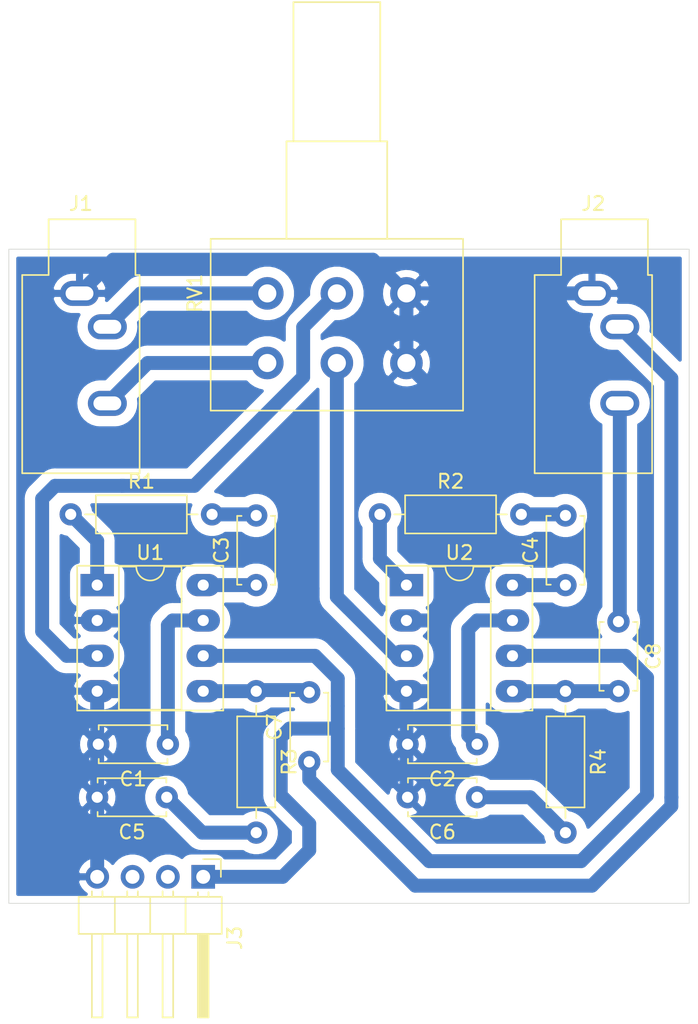
<source format=kicad_pcb>
(kicad_pcb (version 20171130) (host pcbnew 5.1.10)

  (general
    (thickness 1.6)
    (drawings 4)
    (tracks 103)
    (zones 0)
    (modules 18)
    (nets 23)
  )

  (page A4)
  (layers
    (0 F.Cu signal)
    (31 B.Cu signal)
    (32 B.Adhes user)
    (33 F.Adhes user)
    (34 B.Paste user)
    (35 F.Paste user)
    (36 B.SilkS user)
    (37 F.SilkS user)
    (38 B.Mask user)
    (39 F.Mask user)
    (40 Dwgs.User user)
    (41 Cmts.User user)
    (42 Eco1.User user)
    (43 Eco2.User user)
    (44 Edge.Cuts user)
    (45 Margin user)
    (46 B.CrtYd user)
    (47 F.CrtYd user)
    (48 B.Fab user)
    (49 F.Fab user)
  )

  (setup
    (last_trace_width 1)
    (trace_clearance 0.75)
    (zone_clearance 0.508)
    (zone_45_only no)
    (trace_min 1)
    (via_size 1)
    (via_drill 0.4)
    (via_min_size 1)
    (via_min_drill 0.3)
    (uvia_size 0.3)
    (uvia_drill 0.1)
    (uvias_allowed no)
    (uvia_min_size 0.2)
    (uvia_min_drill 0.1)
    (edge_width 0.05)
    (segment_width 0.2)
    (pcb_text_width 0.3)
    (pcb_text_size 1.5 1.5)
    (mod_edge_width 0.12)
    (mod_text_size 1 1)
    (mod_text_width 0.15)
    (pad_size 1.524 1.524)
    (pad_drill 0.762)
    (pad_to_mask_clearance 0)
    (aux_axis_origin 0 0)
    (visible_elements FFFFFF7F)
    (pcbplotparams
      (layerselection 0x00000_fffffffe)
      (usegerberextensions false)
      (usegerberattributes true)
      (usegerberadvancedattributes true)
      (creategerberjobfile true)
      (excludeedgelayer true)
      (linewidth 0.100000)
      (plotframeref false)
      (viasonmask false)
      (mode 1)
      (useauxorigin false)
      (hpglpennumber 1)
      (hpglpenspeed 20)
      (hpglpendiameter 15.000000)
      (psnegative false)
      (psa4output false)
      (plotreference false)
      (plotvalue false)
      (plotinvisibletext false)
      (padsonsilk false)
      (subtractmaskfromsilk false)
      (outputformat 4)
      (mirror false)
      (drillshape 1)
      (scaleselection 1)
      (outputdirectory "./"))
  )

  (net 0 "")
  (net 1 GND)
  (net 2 "Net-(C1-Pad1)")
  (net 3 "Net-(C2-Pad1)")
  (net 4 "Net-(C3-Pad2)")
  (net 5 "Net-(C3-Pad1)")
  (net 6 "Net-(C4-Pad2)")
  (net 7 "Net-(C4-Pad1)")
  (net 8 "Net-(C5-Pad1)")
  (net 9 "Net-(C6-Pad1)")
  (net 10 "Net-(C7-Pad1)")
  (net 11 "Net-(C7-Pad2)")
  (net 12 "Net-(C8-Pad1)")
  (net 13 "Net-(C8-Pad2)")
  (net 14 "Net-(R1-Pad1)")
  (net 15 "Net-(R2-Pad1)")
  (net 16 "Net-(RV1-Pad2)")
  (net 17 "Net-(J1-PadT)")
  (net 18 "Net-(RV1-Pad5)")
  (net 19 "Net-(J1-PadR)")
  (net 20 +12V)
  (net 21 "Net-(J3-Pad2)")
  (net 22 "Net-(J3-Pad3)")

  (net_class Default "This is the default net class."
    (clearance 0.75)
    (trace_width 1)
    (via_dia 1)
    (via_drill 0.4)
    (uvia_dia 0.3)
    (uvia_drill 0.1)
    (diff_pair_width 1)
    (diff_pair_gap 0.25)
    (add_net +12V)
    (add_net GND)
    (add_net "Net-(C1-Pad1)")
    (add_net "Net-(C2-Pad1)")
    (add_net "Net-(C3-Pad1)")
    (add_net "Net-(C3-Pad2)")
    (add_net "Net-(C4-Pad1)")
    (add_net "Net-(C4-Pad2)")
    (add_net "Net-(C5-Pad1)")
    (add_net "Net-(C6-Pad1)")
    (add_net "Net-(C7-Pad1)")
    (add_net "Net-(C7-Pad2)")
    (add_net "Net-(C8-Pad1)")
    (add_net "Net-(C8-Pad2)")
    (add_net "Net-(J1-PadR)")
    (add_net "Net-(J1-PadT)")
    (add_net "Net-(J3-Pad2)")
    (add_net "Net-(J3-Pad3)")
    (add_net "Net-(R1-Pad1)")
    (add_net "Net-(R2-Pad1)")
    (add_net "Net-(RV1-Pad2)")
    (add_net "Net-(RV1-Pad5)")
  )

  (module Capacitor_THT:C_Disc_D4.7mm_W2.5mm_P5.00mm (layer F.Cu) (tedit 5AE50EF0) (tstamp 6148BBB6)
    (at 38.735 76.2 180)
    (descr "C, Disc series, Radial, pin pitch=5.00mm, , diameter*width=4.7*2.5mm^2, Capacitor, http://www.vishay.com/docs/45233/krseries.pdf")
    (tags "C Disc series Radial pin pitch 5.00mm  diameter 4.7mm width 2.5mm Capacitor")
    (path /6148721B)
    (fp_text reference C1 (at 2.5 -2.5) (layer F.SilkS)
      (effects (font (size 1 1) (thickness 0.15)))
    )
    (fp_text value 47µF (at 2.5 2.5) (layer F.Fab)
      (effects (font (size 1 1) (thickness 0.15)))
    )
    (fp_line (start 0.15 -1.25) (end 0.15 1.25) (layer F.Fab) (width 0.1))
    (fp_line (start 0.15 1.25) (end 4.85 1.25) (layer F.Fab) (width 0.1))
    (fp_line (start 4.85 1.25) (end 4.85 -1.25) (layer F.Fab) (width 0.1))
    (fp_line (start 4.85 -1.25) (end 0.15 -1.25) (layer F.Fab) (width 0.1))
    (fp_line (start 0.03 -1.37) (end 4.97 -1.37) (layer F.SilkS) (width 0.12))
    (fp_line (start 0.03 1.37) (end 4.97 1.37) (layer F.SilkS) (width 0.12))
    (fp_line (start 0.03 -1.37) (end 0.03 -1.055) (layer F.SilkS) (width 0.12))
    (fp_line (start 0.03 1.055) (end 0.03 1.37) (layer F.SilkS) (width 0.12))
    (fp_line (start 4.97 -1.37) (end 4.97 -1.055) (layer F.SilkS) (width 0.12))
    (fp_line (start 4.97 1.055) (end 4.97 1.37) (layer F.SilkS) (width 0.12))
    (fp_line (start -1.05 -1.5) (end -1.05 1.5) (layer F.CrtYd) (width 0.05))
    (fp_line (start -1.05 1.5) (end 6.05 1.5) (layer F.CrtYd) (width 0.05))
    (fp_line (start 6.05 1.5) (end 6.05 -1.5) (layer F.CrtYd) (width 0.05))
    (fp_line (start 6.05 -1.5) (end -1.05 -1.5) (layer F.CrtYd) (width 0.05))
    (fp_text user %R (at 2.5 0) (layer F.Fab)
      (effects (font (size 0.94 0.94) (thickness 0.141)))
    )
    (pad 2 thru_hole circle (at 5 0 180) (size 1.6 1.6) (drill 0.8) (layers *.Cu *.Mask)
      (net 1 GND))
    (pad 1 thru_hole circle (at 0 0 180) (size 1.6 1.6) (drill 0.8) (layers *.Cu *.Mask)
      (net 2 "Net-(C1-Pad1)"))
    (model ${KISYS3DMOD}/Capacitor_THT.3dshapes/C_Disc_D4.7mm_W2.5mm_P5.00mm.wrl
      (at (xyz 0 0 0))
      (scale (xyz 1 1 1))
      (rotate (xyz 0 0 0))
    )
  )

  (module Capacitor_THT:C_Disc_D4.7mm_W2.5mm_P5.00mm (layer F.Cu) (tedit 5AE50EF0) (tstamp 6148BBCB)
    (at 60.96 76.2 180)
    (descr "C, Disc series, Radial, pin pitch=5.00mm, , diameter*width=4.7*2.5mm^2, Capacitor, http://www.vishay.com/docs/45233/krseries.pdf")
    (tags "C Disc series Radial pin pitch 5.00mm  diameter 4.7mm width 2.5mm Capacitor")
    (path /6149C147)
    (fp_text reference C2 (at 2.5 -2.5) (layer F.SilkS)
      (effects (font (size 1 1) (thickness 0.15)))
    )
    (fp_text value 47µF (at 2.5 2.5) (layer F.Fab)
      (effects (font (size 1 1) (thickness 0.15)))
    )
    (fp_line (start 0.15 -1.25) (end 0.15 1.25) (layer F.Fab) (width 0.1))
    (fp_line (start 0.15 1.25) (end 4.85 1.25) (layer F.Fab) (width 0.1))
    (fp_line (start 4.85 1.25) (end 4.85 -1.25) (layer F.Fab) (width 0.1))
    (fp_line (start 4.85 -1.25) (end 0.15 -1.25) (layer F.Fab) (width 0.1))
    (fp_line (start 0.03 -1.37) (end 4.97 -1.37) (layer F.SilkS) (width 0.12))
    (fp_line (start 0.03 1.37) (end 4.97 1.37) (layer F.SilkS) (width 0.12))
    (fp_line (start 0.03 -1.37) (end 0.03 -1.055) (layer F.SilkS) (width 0.12))
    (fp_line (start 0.03 1.055) (end 0.03 1.37) (layer F.SilkS) (width 0.12))
    (fp_line (start 4.97 -1.37) (end 4.97 -1.055) (layer F.SilkS) (width 0.12))
    (fp_line (start 4.97 1.055) (end 4.97 1.37) (layer F.SilkS) (width 0.12))
    (fp_line (start -1.05 -1.5) (end -1.05 1.5) (layer F.CrtYd) (width 0.05))
    (fp_line (start -1.05 1.5) (end 6.05 1.5) (layer F.CrtYd) (width 0.05))
    (fp_line (start 6.05 1.5) (end 6.05 -1.5) (layer F.CrtYd) (width 0.05))
    (fp_line (start 6.05 -1.5) (end -1.05 -1.5) (layer F.CrtYd) (width 0.05))
    (fp_text user %R (at 2.5 0) (layer F.Fab)
      (effects (font (size 0.94 0.94) (thickness 0.141)))
    )
    (pad 2 thru_hole circle (at 5 0 180) (size 1.6 1.6) (drill 0.8) (layers *.Cu *.Mask)
      (net 1 GND))
    (pad 1 thru_hole circle (at 0 0 180) (size 1.6 1.6) (drill 0.8) (layers *.Cu *.Mask)
      (net 3 "Net-(C2-Pad1)"))
    (model ${KISYS3DMOD}/Capacitor_THT.3dshapes/C_Disc_D4.7mm_W2.5mm_P5.00mm.wrl
      (at (xyz 0 0 0))
      (scale (xyz 1 1 1))
      (rotate (xyz 0 0 0))
    )
  )

  (module Capacitor_THT:C_Disc_D4.7mm_W2.5mm_P5.00mm (layer F.Cu) (tedit 5AE50EF0) (tstamp 6148CCC5)
    (at 45.085 64.77 90)
    (descr "C, Disc series, Radial, pin pitch=5.00mm, , diameter*width=4.7*2.5mm^2, Capacitor, http://www.vishay.com/docs/45233/krseries.pdf")
    (tags "C Disc series Radial pin pitch 5.00mm  diameter 4.7mm width 2.5mm Capacitor")
    (path /6148856D)
    (fp_text reference C3 (at 2.5 -2.5 90) (layer F.SilkS)
      (effects (font (size 1 1) (thickness 0.15)))
    )
    (fp_text value 10µF (at 2.5 2.5 90) (layer F.Fab)
      (effects (font (size 1 1) (thickness 0.15)))
    )
    (fp_line (start 0.15 -1.25) (end 0.15 1.25) (layer F.Fab) (width 0.1))
    (fp_line (start 0.15 1.25) (end 4.85 1.25) (layer F.Fab) (width 0.1))
    (fp_line (start 4.85 1.25) (end 4.85 -1.25) (layer F.Fab) (width 0.1))
    (fp_line (start 4.85 -1.25) (end 0.15 -1.25) (layer F.Fab) (width 0.1))
    (fp_line (start 0.03 -1.37) (end 4.97 -1.37) (layer F.SilkS) (width 0.12))
    (fp_line (start 0.03 1.37) (end 4.97 1.37) (layer F.SilkS) (width 0.12))
    (fp_line (start 0.03 -1.37) (end 0.03 -1.055) (layer F.SilkS) (width 0.12))
    (fp_line (start 0.03 1.055) (end 0.03 1.37) (layer F.SilkS) (width 0.12))
    (fp_line (start 4.97 -1.37) (end 4.97 -1.055) (layer F.SilkS) (width 0.12))
    (fp_line (start 4.97 1.055) (end 4.97 1.37) (layer F.SilkS) (width 0.12))
    (fp_line (start -1.05 -1.5) (end -1.05 1.5) (layer F.CrtYd) (width 0.05))
    (fp_line (start -1.05 1.5) (end 6.05 1.5) (layer F.CrtYd) (width 0.05))
    (fp_line (start 6.05 1.5) (end 6.05 -1.5) (layer F.CrtYd) (width 0.05))
    (fp_line (start 6.05 -1.5) (end -1.05 -1.5) (layer F.CrtYd) (width 0.05))
    (fp_text user %R (at 2.5 0 90) (layer F.Fab)
      (effects (font (size 0.94 0.94) (thickness 0.141)))
    )
    (pad 2 thru_hole circle (at 5 0 90) (size 1.6 1.6) (drill 0.8) (layers *.Cu *.Mask)
      (net 4 "Net-(C3-Pad2)"))
    (pad 1 thru_hole circle (at 0 0 90) (size 1.6 1.6) (drill 0.8) (layers *.Cu *.Mask)
      (net 5 "Net-(C3-Pad1)"))
    (model ${KISYS3DMOD}/Capacitor_THT.3dshapes/C_Disc_D4.7mm_W2.5mm_P5.00mm.wrl
      (at (xyz 0 0 0))
      (scale (xyz 1 1 1))
      (rotate (xyz 0 0 0))
    )
  )

  (module Capacitor_THT:C_Disc_D4.7mm_W2.5mm_P5.00mm (layer F.Cu) (tedit 5AE50EF0) (tstamp 6148BBF5)
    (at 67.31 64.77 90)
    (descr "C, Disc series, Radial, pin pitch=5.00mm, , diameter*width=4.7*2.5mm^2, Capacitor, http://www.vishay.com/docs/45233/krseries.pdf")
    (tags "C Disc series Radial pin pitch 5.00mm  diameter 4.7mm width 2.5mm Capacitor")
    (path /6149C157)
    (fp_text reference C4 (at 2.5 -2.5 90) (layer F.SilkS)
      (effects (font (size 1 1) (thickness 0.15)))
    )
    (fp_text value 10µF (at 2.5 2.5 90) (layer F.Fab)
      (effects (font (size 1 1) (thickness 0.15)))
    )
    (fp_line (start 0.15 -1.25) (end 0.15 1.25) (layer F.Fab) (width 0.1))
    (fp_line (start 0.15 1.25) (end 4.85 1.25) (layer F.Fab) (width 0.1))
    (fp_line (start 4.85 1.25) (end 4.85 -1.25) (layer F.Fab) (width 0.1))
    (fp_line (start 4.85 -1.25) (end 0.15 -1.25) (layer F.Fab) (width 0.1))
    (fp_line (start 0.03 -1.37) (end 4.97 -1.37) (layer F.SilkS) (width 0.12))
    (fp_line (start 0.03 1.37) (end 4.97 1.37) (layer F.SilkS) (width 0.12))
    (fp_line (start 0.03 -1.37) (end 0.03 -1.055) (layer F.SilkS) (width 0.12))
    (fp_line (start 0.03 1.055) (end 0.03 1.37) (layer F.SilkS) (width 0.12))
    (fp_line (start 4.97 -1.37) (end 4.97 -1.055) (layer F.SilkS) (width 0.12))
    (fp_line (start 4.97 1.055) (end 4.97 1.37) (layer F.SilkS) (width 0.12))
    (fp_line (start -1.05 -1.5) (end -1.05 1.5) (layer F.CrtYd) (width 0.05))
    (fp_line (start -1.05 1.5) (end 6.05 1.5) (layer F.CrtYd) (width 0.05))
    (fp_line (start 6.05 1.5) (end 6.05 -1.5) (layer F.CrtYd) (width 0.05))
    (fp_line (start 6.05 -1.5) (end -1.05 -1.5) (layer F.CrtYd) (width 0.05))
    (fp_text user %R (at 2.5 0 90) (layer F.Fab)
      (effects (font (size 0.94 0.94) (thickness 0.141)))
    )
    (pad 2 thru_hole circle (at 5 0 90) (size 1.6 1.6) (drill 0.8) (layers *.Cu *.Mask)
      (net 6 "Net-(C4-Pad2)"))
    (pad 1 thru_hole circle (at 0 0 90) (size 1.6 1.6) (drill 0.8) (layers *.Cu *.Mask)
      (net 7 "Net-(C4-Pad1)"))
    (model ${KISYS3DMOD}/Capacitor_THT.3dshapes/C_Disc_D4.7mm_W2.5mm_P5.00mm.wrl
      (at (xyz 0 0 0))
      (scale (xyz 1 1 1))
      (rotate (xyz 0 0 0))
    )
  )

  (module Capacitor_THT:C_Disc_D4.7mm_W2.5mm_P5.00mm (layer F.Cu) (tedit 5AE50EF0) (tstamp 6148CE71)
    (at 38.655 80.01 180)
    (descr "C, Disc series, Radial, pin pitch=5.00mm, , diameter*width=4.7*2.5mm^2, Capacitor, http://www.vishay.com/docs/45233/krseries.pdf")
    (tags "C Disc series Radial pin pitch 5.00mm  diameter 4.7mm width 2.5mm Capacitor")
    (path /614888EE)
    (fp_text reference C5 (at 2.5 -2.5) (layer F.SilkS)
      (effects (font (size 1 1) (thickness 0.15)))
    )
    (fp_text value 0.05µF (at 2.5 2.5) (layer F.Fab)
      (effects (font (size 1 1) (thickness 0.15)))
    )
    (fp_line (start 6.05 -1.5) (end -1.05 -1.5) (layer F.CrtYd) (width 0.05))
    (fp_line (start 6.05 1.5) (end 6.05 -1.5) (layer F.CrtYd) (width 0.05))
    (fp_line (start -1.05 1.5) (end 6.05 1.5) (layer F.CrtYd) (width 0.05))
    (fp_line (start -1.05 -1.5) (end -1.05 1.5) (layer F.CrtYd) (width 0.05))
    (fp_line (start 4.97 1.055) (end 4.97 1.37) (layer F.SilkS) (width 0.12))
    (fp_line (start 4.97 -1.37) (end 4.97 -1.055) (layer F.SilkS) (width 0.12))
    (fp_line (start 0.03 1.055) (end 0.03 1.37) (layer F.SilkS) (width 0.12))
    (fp_line (start 0.03 -1.37) (end 0.03 -1.055) (layer F.SilkS) (width 0.12))
    (fp_line (start 0.03 1.37) (end 4.97 1.37) (layer F.SilkS) (width 0.12))
    (fp_line (start 0.03 -1.37) (end 4.97 -1.37) (layer F.SilkS) (width 0.12))
    (fp_line (start 4.85 -1.25) (end 0.15 -1.25) (layer F.Fab) (width 0.1))
    (fp_line (start 4.85 1.25) (end 4.85 -1.25) (layer F.Fab) (width 0.1))
    (fp_line (start 0.15 1.25) (end 4.85 1.25) (layer F.Fab) (width 0.1))
    (fp_line (start 0.15 -1.25) (end 0.15 1.25) (layer F.Fab) (width 0.1))
    (fp_text user %R (at 2.5 0) (layer F.Fab)
      (effects (font (size 0.94 0.94) (thickness 0.141)))
    )
    (pad 1 thru_hole circle (at 0 0 180) (size 1.6 1.6) (drill 0.8) (layers *.Cu *.Mask)
      (net 8 "Net-(C5-Pad1)"))
    (pad 2 thru_hole circle (at 5 0 180) (size 1.6 1.6) (drill 0.8) (layers *.Cu *.Mask)
      (net 1 GND))
    (model ${KISYS3DMOD}/Capacitor_THT.3dshapes/C_Disc_D4.7mm_W2.5mm_P5.00mm.wrl
      (at (xyz 0 0 0))
      (scale (xyz 1 1 1))
      (rotate (xyz 0 0 0))
    )
  )

  (module Capacitor_THT:C_Disc_D4.7mm_W2.5mm_P5.00mm (layer F.Cu) (tedit 5AE50EF0) (tstamp 6148D243)
    (at 60.96 80.01 180)
    (descr "C, Disc series, Radial, pin pitch=5.00mm, , diameter*width=4.7*2.5mm^2, Capacitor, http://www.vishay.com/docs/45233/krseries.pdf")
    (tags "C Disc series Radial pin pitch 5.00mm  diameter 4.7mm width 2.5mm Capacitor")
    (path /6149C15D)
    (fp_text reference C6 (at 2.5 -2.5) (layer F.SilkS)
      (effects (font (size 1 1) (thickness 0.15)))
    )
    (fp_text value 0.05µF (at 2.5 2.5) (layer F.Fab)
      (effects (font (size 1 1) (thickness 0.15)))
    )
    (fp_line (start 6.05 -1.5) (end -1.05 -1.5) (layer F.CrtYd) (width 0.05))
    (fp_line (start 6.05 1.5) (end 6.05 -1.5) (layer F.CrtYd) (width 0.05))
    (fp_line (start -1.05 1.5) (end 6.05 1.5) (layer F.CrtYd) (width 0.05))
    (fp_line (start -1.05 -1.5) (end -1.05 1.5) (layer F.CrtYd) (width 0.05))
    (fp_line (start 4.97 1.055) (end 4.97 1.37) (layer F.SilkS) (width 0.12))
    (fp_line (start 4.97 -1.37) (end 4.97 -1.055) (layer F.SilkS) (width 0.12))
    (fp_line (start 0.03 1.055) (end 0.03 1.37) (layer F.SilkS) (width 0.12))
    (fp_line (start 0.03 -1.37) (end 0.03 -1.055) (layer F.SilkS) (width 0.12))
    (fp_line (start 0.03 1.37) (end 4.97 1.37) (layer F.SilkS) (width 0.12))
    (fp_line (start 0.03 -1.37) (end 4.97 -1.37) (layer F.SilkS) (width 0.12))
    (fp_line (start 4.85 -1.25) (end 0.15 -1.25) (layer F.Fab) (width 0.1))
    (fp_line (start 4.85 1.25) (end 4.85 -1.25) (layer F.Fab) (width 0.1))
    (fp_line (start 0.15 1.25) (end 4.85 1.25) (layer F.Fab) (width 0.1))
    (fp_line (start 0.15 -1.25) (end 0.15 1.25) (layer F.Fab) (width 0.1))
    (fp_text user %R (at 2.5 0) (layer F.Fab)
      (effects (font (size 0.94 0.94) (thickness 0.141)))
    )
    (pad 1 thru_hole circle (at 0 0 180) (size 1.6 1.6) (drill 0.8) (layers *.Cu *.Mask)
      (net 9 "Net-(C6-Pad1)"))
    (pad 2 thru_hole circle (at 5 0 180) (size 1.6 1.6) (drill 0.8) (layers *.Cu *.Mask)
      (net 1 GND))
    (model ${KISYS3DMOD}/Capacitor_THT.3dshapes/C_Disc_D4.7mm_W2.5mm_P5.00mm.wrl
      (at (xyz 0 0 0))
      (scale (xyz 1 1 1))
      (rotate (xyz 0 0 0))
    )
  )

  (module Capacitor_THT:C_Disc_D4.7mm_W2.5mm_P5.00mm (layer F.Cu) (tedit 5AE50EF0) (tstamp 6148D03A)
    (at 48.895 77.47 90)
    (descr "C, Disc series, Radial, pin pitch=5.00mm, , diameter*width=4.7*2.5mm^2, Capacitor, http://www.vishay.com/docs/45233/krseries.pdf")
    (tags "C Disc series Radial pin pitch 5.00mm  diameter 4.7mm width 2.5mm Capacitor")
    (path /6148B336)
    (fp_text reference C7 (at 2.5 -2.5 90) (layer F.SilkS)
      (effects (font (size 1 1) (thickness 0.15)))
    )
    (fp_text value 250µF (at 2.5 2.5 90) (layer F.Fab)
      (effects (font (size 1 1) (thickness 0.15)))
    )
    (fp_line (start 6.05 -1.5) (end -1.05 -1.5) (layer F.CrtYd) (width 0.05))
    (fp_line (start 6.05 1.5) (end 6.05 -1.5) (layer F.CrtYd) (width 0.05))
    (fp_line (start -1.05 1.5) (end 6.05 1.5) (layer F.CrtYd) (width 0.05))
    (fp_line (start -1.05 -1.5) (end -1.05 1.5) (layer F.CrtYd) (width 0.05))
    (fp_line (start 4.97 1.055) (end 4.97 1.37) (layer F.SilkS) (width 0.12))
    (fp_line (start 4.97 -1.37) (end 4.97 -1.055) (layer F.SilkS) (width 0.12))
    (fp_line (start 0.03 1.055) (end 0.03 1.37) (layer F.SilkS) (width 0.12))
    (fp_line (start 0.03 -1.37) (end 0.03 -1.055) (layer F.SilkS) (width 0.12))
    (fp_line (start 0.03 1.37) (end 4.97 1.37) (layer F.SilkS) (width 0.12))
    (fp_line (start 0.03 -1.37) (end 4.97 -1.37) (layer F.SilkS) (width 0.12))
    (fp_line (start 4.85 -1.25) (end 0.15 -1.25) (layer F.Fab) (width 0.1))
    (fp_line (start 4.85 1.25) (end 4.85 -1.25) (layer F.Fab) (width 0.1))
    (fp_line (start 0.15 1.25) (end 4.85 1.25) (layer F.Fab) (width 0.1))
    (fp_line (start 0.15 -1.25) (end 0.15 1.25) (layer F.Fab) (width 0.1))
    (fp_text user %R (at 2.5 0 90) (layer F.Fab)
      (effects (font (size 0.94 0.94) (thickness 0.141)))
    )
    (pad 1 thru_hole circle (at 0 0 90) (size 1.6 1.6) (drill 0.8) (layers *.Cu *.Mask)
      (net 10 "Net-(C7-Pad1)"))
    (pad 2 thru_hole circle (at 5 0 90) (size 1.6 1.6) (drill 0.8) (layers *.Cu *.Mask)
      (net 11 "Net-(C7-Pad2)"))
    (model ${KISYS3DMOD}/Capacitor_THT.3dshapes/C_Disc_D4.7mm_W2.5mm_P5.00mm.wrl
      (at (xyz 0 0 0))
      (scale (xyz 1 1 1))
      (rotate (xyz 0 0 0))
    )
  )

  (module Capacitor_THT:C_Disc_D4.7mm_W2.5mm_P5.00mm (layer F.Cu) (tedit 5AE50EF0) (tstamp 6148BC49)
    (at 71.12 67.39 270)
    (descr "C, Disc series, Radial, pin pitch=5.00mm, , diameter*width=4.7*2.5mm^2, Capacitor, http://www.vishay.com/docs/45233/krseries.pdf")
    (tags "C Disc series Radial pin pitch 5.00mm  diameter 4.7mm width 2.5mm Capacitor")
    (path /6149C16A)
    (fp_text reference C8 (at 2.5 -2.5 90) (layer F.SilkS)
      (effects (font (size 1 1) (thickness 0.15)))
    )
    (fp_text value 250µF (at 2.5 2.5 90) (layer F.Fab)
      (effects (font (size 1 1) (thickness 0.15)))
    )
    (fp_line (start 6.05 -1.5) (end -1.05 -1.5) (layer F.CrtYd) (width 0.05))
    (fp_line (start 6.05 1.5) (end 6.05 -1.5) (layer F.CrtYd) (width 0.05))
    (fp_line (start -1.05 1.5) (end 6.05 1.5) (layer F.CrtYd) (width 0.05))
    (fp_line (start -1.05 -1.5) (end -1.05 1.5) (layer F.CrtYd) (width 0.05))
    (fp_line (start 4.97 1.055) (end 4.97 1.37) (layer F.SilkS) (width 0.12))
    (fp_line (start 4.97 -1.37) (end 4.97 -1.055) (layer F.SilkS) (width 0.12))
    (fp_line (start 0.03 1.055) (end 0.03 1.37) (layer F.SilkS) (width 0.12))
    (fp_line (start 0.03 -1.37) (end 0.03 -1.055) (layer F.SilkS) (width 0.12))
    (fp_line (start 0.03 1.37) (end 4.97 1.37) (layer F.SilkS) (width 0.12))
    (fp_line (start 0.03 -1.37) (end 4.97 -1.37) (layer F.SilkS) (width 0.12))
    (fp_line (start 4.85 -1.25) (end 0.15 -1.25) (layer F.Fab) (width 0.1))
    (fp_line (start 4.85 1.25) (end 4.85 -1.25) (layer F.Fab) (width 0.1))
    (fp_line (start 0.15 1.25) (end 4.85 1.25) (layer F.Fab) (width 0.1))
    (fp_line (start 0.15 -1.25) (end 0.15 1.25) (layer F.Fab) (width 0.1))
    (fp_text user %R (at 2.5 0 90) (layer F.Fab)
      (effects (font (size 0.94 0.94) (thickness 0.141)))
    )
    (pad 1 thru_hole circle (at 0 0 270) (size 1.6 1.6) (drill 0.8) (layers *.Cu *.Mask)
      (net 12 "Net-(C8-Pad1)"))
    (pad 2 thru_hole circle (at 5 0 270) (size 1.6 1.6) (drill 0.8) (layers *.Cu *.Mask)
      (net 13 "Net-(C8-Pad2)"))
    (model ${KISYS3DMOD}/Capacitor_THT.3dshapes/C_Disc_D4.7mm_W2.5mm_P5.00mm.wrl
      (at (xyz 0 0 0))
      (scale (xyz 1 1 1))
      (rotate (xyz 0 0 0))
    )
  )

  (module Resistor_THT:R_Axial_DIN0207_L6.3mm_D2.5mm_P10.16mm_Horizontal (layer F.Cu) (tedit 5AE5139B) (tstamp 6148BCDA)
    (at 31.75 59.69)
    (descr "Resistor, Axial_DIN0207 series, Axial, Horizontal, pin pitch=10.16mm, 0.25W = 1/4W, length*diameter=6.3*2.5mm^2, http://cdn-reichelt.de/documents/datenblatt/B400/1_4W%23YAG.pdf")
    (tags "Resistor Axial_DIN0207 series Axial Horizontal pin pitch 10.16mm 0.25W = 1/4W length 6.3mm diameter 2.5mm")
    (path /614880C5)
    (fp_text reference R1 (at 5.08 -2.37) (layer F.SilkS)
      (effects (font (size 1 1) (thickness 0.15)))
    )
    (fp_text value 1.2K (at 5.08 2.37) (layer F.Fab)
      (effects (font (size 1 1) (thickness 0.15)))
    )
    (fp_line (start 11.21 -1.5) (end -1.05 -1.5) (layer F.CrtYd) (width 0.05))
    (fp_line (start 11.21 1.5) (end 11.21 -1.5) (layer F.CrtYd) (width 0.05))
    (fp_line (start -1.05 1.5) (end 11.21 1.5) (layer F.CrtYd) (width 0.05))
    (fp_line (start -1.05 -1.5) (end -1.05 1.5) (layer F.CrtYd) (width 0.05))
    (fp_line (start 9.12 0) (end 8.35 0) (layer F.SilkS) (width 0.12))
    (fp_line (start 1.04 0) (end 1.81 0) (layer F.SilkS) (width 0.12))
    (fp_line (start 8.35 -1.37) (end 1.81 -1.37) (layer F.SilkS) (width 0.12))
    (fp_line (start 8.35 1.37) (end 8.35 -1.37) (layer F.SilkS) (width 0.12))
    (fp_line (start 1.81 1.37) (end 8.35 1.37) (layer F.SilkS) (width 0.12))
    (fp_line (start 1.81 -1.37) (end 1.81 1.37) (layer F.SilkS) (width 0.12))
    (fp_line (start 10.16 0) (end 8.23 0) (layer F.Fab) (width 0.1))
    (fp_line (start 0 0) (end 1.93 0) (layer F.Fab) (width 0.1))
    (fp_line (start 8.23 -1.25) (end 1.93 -1.25) (layer F.Fab) (width 0.1))
    (fp_line (start 8.23 1.25) (end 8.23 -1.25) (layer F.Fab) (width 0.1))
    (fp_line (start 1.93 1.25) (end 8.23 1.25) (layer F.Fab) (width 0.1))
    (fp_line (start 1.93 -1.25) (end 1.93 1.25) (layer F.Fab) (width 0.1))
    (fp_text user %R (at 5.08 0) (layer F.Fab)
      (effects (font (size 1 1) (thickness 0.15)))
    )
    (pad 1 thru_hole circle (at 0 0) (size 1.6 1.6) (drill 0.8) (layers *.Cu *.Mask)
      (net 14 "Net-(R1-Pad1)"))
    (pad 2 thru_hole oval (at 10.16 0) (size 1.6 1.6) (drill 0.8) (layers *.Cu *.Mask)
      (net 4 "Net-(C3-Pad2)"))
    (model ${KISYS3DMOD}/Resistor_THT.3dshapes/R_Axial_DIN0207_L6.3mm_D2.5mm_P10.16mm_Horizontal.wrl
      (at (xyz 0 0 0))
      (scale (xyz 1 1 1))
      (rotate (xyz 0 0 0))
    )
  )

  (module Resistor_THT:R_Axial_DIN0207_L6.3mm_D2.5mm_P10.16mm_Horizontal (layer F.Cu) (tedit 5AE5139B) (tstamp 6148BCF1)
    (at 53.975 59.69)
    (descr "Resistor, Axial_DIN0207 series, Axial, Horizontal, pin pitch=10.16mm, 0.25W = 1/4W, length*diameter=6.3*2.5mm^2, http://cdn-reichelt.de/documents/datenblatt/B400/1_4W%23YAG.pdf")
    (tags "Resistor Axial_DIN0207 series Axial Horizontal pin pitch 10.16mm 0.25W = 1/4W length 6.3mm diameter 2.5mm")
    (path /6149C151)
    (fp_text reference R2 (at 5.08 -2.37) (layer F.SilkS)
      (effects (font (size 1 1) (thickness 0.15)))
    )
    (fp_text value 1.2K (at 5.08 2.37) (layer F.Fab)
      (effects (font (size 1 1) (thickness 0.15)))
    )
    (fp_line (start 11.21 -1.5) (end -1.05 -1.5) (layer F.CrtYd) (width 0.05))
    (fp_line (start 11.21 1.5) (end 11.21 -1.5) (layer F.CrtYd) (width 0.05))
    (fp_line (start -1.05 1.5) (end 11.21 1.5) (layer F.CrtYd) (width 0.05))
    (fp_line (start -1.05 -1.5) (end -1.05 1.5) (layer F.CrtYd) (width 0.05))
    (fp_line (start 9.12 0) (end 8.35 0) (layer F.SilkS) (width 0.12))
    (fp_line (start 1.04 0) (end 1.81 0) (layer F.SilkS) (width 0.12))
    (fp_line (start 8.35 -1.37) (end 1.81 -1.37) (layer F.SilkS) (width 0.12))
    (fp_line (start 8.35 1.37) (end 8.35 -1.37) (layer F.SilkS) (width 0.12))
    (fp_line (start 1.81 1.37) (end 8.35 1.37) (layer F.SilkS) (width 0.12))
    (fp_line (start 1.81 -1.37) (end 1.81 1.37) (layer F.SilkS) (width 0.12))
    (fp_line (start 10.16 0) (end 8.23 0) (layer F.Fab) (width 0.1))
    (fp_line (start 0 0) (end 1.93 0) (layer F.Fab) (width 0.1))
    (fp_line (start 8.23 -1.25) (end 1.93 -1.25) (layer F.Fab) (width 0.1))
    (fp_line (start 8.23 1.25) (end 8.23 -1.25) (layer F.Fab) (width 0.1))
    (fp_line (start 1.93 1.25) (end 8.23 1.25) (layer F.Fab) (width 0.1))
    (fp_line (start 1.93 -1.25) (end 1.93 1.25) (layer F.Fab) (width 0.1))
    (fp_text user %R (at 5.08 0) (layer F.Fab)
      (effects (font (size 1 1) (thickness 0.15)))
    )
    (pad 1 thru_hole circle (at 0 0) (size 1.6 1.6) (drill 0.8) (layers *.Cu *.Mask)
      (net 15 "Net-(R2-Pad1)"))
    (pad 2 thru_hole oval (at 10.16 0) (size 1.6 1.6) (drill 0.8) (layers *.Cu *.Mask)
      (net 6 "Net-(C4-Pad2)"))
    (model ${KISYS3DMOD}/Resistor_THT.3dshapes/R_Axial_DIN0207_L6.3mm_D2.5mm_P10.16mm_Horizontal.wrl
      (at (xyz 0 0 0))
      (scale (xyz 1 1 1))
      (rotate (xyz 0 0 0))
    )
  )

  (module Resistor_THT:R_Axial_DIN0207_L6.3mm_D2.5mm_P10.16mm_Horizontal (layer F.Cu) (tedit 5AE5139B) (tstamp 6148BD08)
    (at 45.085 72.39 270)
    (descr "Resistor, Axial_DIN0207 series, Axial, Horizontal, pin pitch=10.16mm, 0.25W = 1/4W, length*diameter=6.3*2.5mm^2, http://cdn-reichelt.de/documents/datenblatt/B400/1_4W%23YAG.pdf")
    (tags "Resistor Axial_DIN0207 series Axial Horizontal pin pitch 10.16mm 0.25W = 1/4W length 6.3mm diameter 2.5mm")
    (path /614895FE)
    (fp_text reference R3 (at 5.08 -2.37 90) (layer F.SilkS)
      (effects (font (size 1 1) (thickness 0.15)))
    )
    (fp_text value 10 (at 5.08 2.37 90) (layer F.Fab)
      (effects (font (size 1 1) (thickness 0.15)))
    )
    (fp_line (start 1.93 -1.25) (end 1.93 1.25) (layer F.Fab) (width 0.1))
    (fp_line (start 1.93 1.25) (end 8.23 1.25) (layer F.Fab) (width 0.1))
    (fp_line (start 8.23 1.25) (end 8.23 -1.25) (layer F.Fab) (width 0.1))
    (fp_line (start 8.23 -1.25) (end 1.93 -1.25) (layer F.Fab) (width 0.1))
    (fp_line (start 0 0) (end 1.93 0) (layer F.Fab) (width 0.1))
    (fp_line (start 10.16 0) (end 8.23 0) (layer F.Fab) (width 0.1))
    (fp_line (start 1.81 -1.37) (end 1.81 1.37) (layer F.SilkS) (width 0.12))
    (fp_line (start 1.81 1.37) (end 8.35 1.37) (layer F.SilkS) (width 0.12))
    (fp_line (start 8.35 1.37) (end 8.35 -1.37) (layer F.SilkS) (width 0.12))
    (fp_line (start 8.35 -1.37) (end 1.81 -1.37) (layer F.SilkS) (width 0.12))
    (fp_line (start 1.04 0) (end 1.81 0) (layer F.SilkS) (width 0.12))
    (fp_line (start 9.12 0) (end 8.35 0) (layer F.SilkS) (width 0.12))
    (fp_line (start -1.05 -1.5) (end -1.05 1.5) (layer F.CrtYd) (width 0.05))
    (fp_line (start -1.05 1.5) (end 11.21 1.5) (layer F.CrtYd) (width 0.05))
    (fp_line (start 11.21 1.5) (end 11.21 -1.5) (layer F.CrtYd) (width 0.05))
    (fp_line (start 11.21 -1.5) (end -1.05 -1.5) (layer F.CrtYd) (width 0.05))
    (fp_text user %R (at 5.08 0 90) (layer F.Fab)
      (effects (font (size 1 1) (thickness 0.15)))
    )
    (pad 2 thru_hole oval (at 10.16 0 270) (size 1.6 1.6) (drill 0.8) (layers *.Cu *.Mask)
      (net 8 "Net-(C5-Pad1)"))
    (pad 1 thru_hole circle (at 0 0 270) (size 1.6 1.6) (drill 0.8) (layers *.Cu *.Mask)
      (net 11 "Net-(C7-Pad2)"))
    (model ${KISYS3DMOD}/Resistor_THT.3dshapes/R_Axial_DIN0207_L6.3mm_D2.5mm_P10.16mm_Horizontal.wrl
      (at (xyz 0 0 0))
      (scale (xyz 1 1 1))
      (rotate (xyz 0 0 0))
    )
  )

  (module Resistor_THT:R_Axial_DIN0207_L6.3mm_D2.5mm_P10.16mm_Horizontal (layer F.Cu) (tedit 5AE5139B) (tstamp 6148D10B)
    (at 67.31 72.39 270)
    (descr "Resistor, Axial_DIN0207 series, Axial, Horizontal, pin pitch=10.16mm, 0.25W = 1/4W, length*diameter=6.3*2.5mm^2, http://cdn-reichelt.de/documents/datenblatt/B400/1_4W%23YAG.pdf")
    (tags "Resistor Axial_DIN0207 series Axial Horizontal pin pitch 10.16mm 0.25W = 1/4W length 6.3mm diameter 2.5mm")
    (path /6149C163)
    (fp_text reference R4 (at 5.08 -2.37 90) (layer F.SilkS)
      (effects (font (size 1 1) (thickness 0.15)))
    )
    (fp_text value 10 (at 5.08 2.37 90) (layer F.Fab)
      (effects (font (size 1 1) (thickness 0.15)))
    )
    (fp_line (start 1.93 -1.25) (end 1.93 1.25) (layer F.Fab) (width 0.1))
    (fp_line (start 1.93 1.25) (end 8.23 1.25) (layer F.Fab) (width 0.1))
    (fp_line (start 8.23 1.25) (end 8.23 -1.25) (layer F.Fab) (width 0.1))
    (fp_line (start 8.23 -1.25) (end 1.93 -1.25) (layer F.Fab) (width 0.1))
    (fp_line (start 0 0) (end 1.93 0) (layer F.Fab) (width 0.1))
    (fp_line (start 10.16 0) (end 8.23 0) (layer F.Fab) (width 0.1))
    (fp_line (start 1.81 -1.37) (end 1.81 1.37) (layer F.SilkS) (width 0.12))
    (fp_line (start 1.81 1.37) (end 8.35 1.37) (layer F.SilkS) (width 0.12))
    (fp_line (start 8.35 1.37) (end 8.35 -1.37) (layer F.SilkS) (width 0.12))
    (fp_line (start 8.35 -1.37) (end 1.81 -1.37) (layer F.SilkS) (width 0.12))
    (fp_line (start 1.04 0) (end 1.81 0) (layer F.SilkS) (width 0.12))
    (fp_line (start 9.12 0) (end 8.35 0) (layer F.SilkS) (width 0.12))
    (fp_line (start -1.05 -1.5) (end -1.05 1.5) (layer F.CrtYd) (width 0.05))
    (fp_line (start -1.05 1.5) (end 11.21 1.5) (layer F.CrtYd) (width 0.05))
    (fp_line (start 11.21 1.5) (end 11.21 -1.5) (layer F.CrtYd) (width 0.05))
    (fp_line (start 11.21 -1.5) (end -1.05 -1.5) (layer F.CrtYd) (width 0.05))
    (fp_text user %R (at 5.08 0 90) (layer F.Fab)
      (effects (font (size 1 1) (thickness 0.15)))
    )
    (pad 2 thru_hole oval (at 10.16 0 270) (size 1.6 1.6) (drill 0.8) (layers *.Cu *.Mask)
      (net 9 "Net-(C6-Pad1)"))
    (pad 1 thru_hole circle (at 0 0 270) (size 1.6 1.6) (drill 0.8) (layers *.Cu *.Mask)
      (net 13 "Net-(C8-Pad2)"))
    (model ${KISYS3DMOD}/Resistor_THT.3dshapes/R_Axial_DIN0207_L6.3mm_D2.5mm_P10.16mm_Horizontal.wrl
      (at (xyz 0 0 0))
      (scale (xyz 1 1 1))
      (rotate (xyz 0 0 0))
    )
  )

  (module Potentiometer_THT:Potentiometer_Alps_RK163_Dual_Horizontal (layer F.Cu) (tedit 5A3D4993) (tstamp 6148D995)
    (at 55.88 43.815 90)
    (descr "Potentiometer, horizontal, Alps RK163 Dual, http://www.alps.com/prod/info/E/HTML/Potentiometer/RotaryPotentiometers/RK16/RK16_list.html")
    (tags "Potentiometer horizontal Alps RK163 Dual")
    (path /614B88AA)
    (fp_text reference RV1 (at 0 -15.2 90) (layer F.SilkS)
      (effects (font (size 1 1) (thickness 0.15)))
    )
    (fp_text value 10K (at 0 5.2 90) (layer F.Fab)
      (effects (font (size 1 1) (thickness 0.15)))
    )
    (fp_line (start 21.05 -14.2) (end -8.55 -14.2) (layer F.CrtYd) (width 0.05))
    (fp_line (start 21.05 4.2) (end 21.05 -14.2) (layer F.CrtYd) (width 0.05))
    (fp_line (start -8.55 4.2) (end 21.05 4.2) (layer F.CrtYd) (width 0.05))
    (fp_line (start -8.55 -14.2) (end -8.55 4.2) (layer F.CrtYd) (width 0.05))
    (fp_line (start 20.92 -8.12) (end 20.92 -1.879) (layer F.SilkS) (width 0.12))
    (fp_line (start 10.92 -8.12) (end 10.92 -1.879) (layer F.SilkS) (width 0.12))
    (fp_line (start 10.92 -1.879) (end 20.92 -1.879) (layer F.SilkS) (width 0.12))
    (fp_line (start 10.92 -8.12) (end 20.92 -8.12) (layer F.SilkS) (width 0.12))
    (fp_line (start 10.92 -8.62) (end 10.92 -1.38) (layer F.SilkS) (width 0.12))
    (fp_line (start 3.92 -8.62) (end 3.92 -1.38) (layer F.SilkS) (width 0.12))
    (fp_line (start 3.92 -1.38) (end 10.92 -1.38) (layer F.SilkS) (width 0.12))
    (fp_line (start 3.92 -8.62) (end 10.92 -8.62) (layer F.SilkS) (width 0.12))
    (fp_line (start 3.92 -14.07) (end 3.92 4.07) (layer F.SilkS) (width 0.12))
    (fp_line (start -8.42 -14.07) (end -8.42 4.07) (layer F.SilkS) (width 0.12))
    (fp_line (start -8.42 4.07) (end 3.92 4.07) (layer F.SilkS) (width 0.12))
    (fp_line (start -8.42 -14.07) (end 3.92 -14.07) (layer F.SilkS) (width 0.12))
    (fp_line (start 20.8 -8) (end 10.8 -8) (layer F.Fab) (width 0.1))
    (fp_line (start 20.8 -2) (end 20.8 -8) (layer F.Fab) (width 0.1))
    (fp_line (start 10.8 -2) (end 20.8 -2) (layer F.Fab) (width 0.1))
    (fp_line (start 10.8 -8) (end 10.8 -2) (layer F.Fab) (width 0.1))
    (fp_line (start 10.8 -8.5) (end 3.8 -8.5) (layer F.Fab) (width 0.1))
    (fp_line (start 10.8 -1.5) (end 10.8 -8.5) (layer F.Fab) (width 0.1))
    (fp_line (start 3.8 -1.5) (end 10.8 -1.5) (layer F.Fab) (width 0.1))
    (fp_line (start 3.8 -8.5) (end 3.8 -1.5) (layer F.Fab) (width 0.1))
    (fp_line (start 3.8 -13.95) (end -8.3 -13.95) (layer F.Fab) (width 0.1))
    (fp_line (start 3.8 3.95) (end 3.8 -13.95) (layer F.Fab) (width 0.1))
    (fp_line (start -8.3 3.95) (end 3.8 3.95) (layer F.Fab) (width 0.1))
    (fp_line (start -8.3 -13.95) (end -8.3 3.95) (layer F.Fab) (width 0.1))
    (fp_text user %R (at -2.25 -5 90) (layer F.Fab)
      (effects (font (size 1 1) (thickness 0.15)))
    )
    (pad 3 thru_hole circle (at 0 -10 90) (size 2.34 2.34) (drill 1.3) (layers *.Cu *.Mask)
      (net 17 "Net-(J1-PadT)"))
    (pad 2 thru_hole circle (at 0 -5 90) (size 2.34 2.34) (drill 1.3) (layers *.Cu *.Mask)
      (net 16 "Net-(RV1-Pad2)"))
    (pad 1 thru_hole circle (at 0 0 90) (size 2.34 2.34) (drill 1.3) (layers *.Cu *.Mask)
      (net 1 GND))
    (pad 6 thru_hole circle (at -5 -10 90) (size 2.34 2.34) (drill 1.3) (layers *.Cu *.Mask)
      (net 19 "Net-(J1-PadR)"))
    (pad 5 thru_hole circle (at -5 -5 90) (size 2.34 2.34) (drill 1.3) (layers *.Cu *.Mask)
      (net 18 "Net-(RV1-Pad5)"))
    (pad 4 thru_hole circle (at -5 0 90) (size 2.34 2.34) (drill 1.3) (layers *.Cu *.Mask)
      (net 1 GND))
    (model ${KISYS3DMOD}/Potentiometer_THT.3dshapes/Potentiometer_Alps_RK163_Dual_Horizontal.wrl
      (at (xyz 0 0 0))
      (scale (xyz 1 1 1))
      (rotate (xyz 0 0 0))
    )
  )

  (module Package_DIP:DIP-8_W7.62mm_Socket_LongPads (layer F.Cu) (tedit 5A02E8C5) (tstamp 6148BD6A)
    (at 33.655 64.77)
    (descr "8-lead though-hole mounted DIP package, row spacing 7.62 mm (300 mils), Socket, LongPads")
    (tags "THT DIP DIL PDIP 2.54mm 7.62mm 300mil Socket LongPads")
    (path /61483C9D)
    (fp_text reference U1 (at 3.81 -2.33) (layer F.SilkS)
      (effects (font (size 1 1) (thickness 0.15)))
    )
    (fp_text value LM386 (at 3.81 9.95) (layer F.Fab)
      (effects (font (size 1 1) (thickness 0.15)))
    )
    (fp_line (start 1.635 -1.27) (end 6.985 -1.27) (layer F.Fab) (width 0.1))
    (fp_line (start 6.985 -1.27) (end 6.985 8.89) (layer F.Fab) (width 0.1))
    (fp_line (start 6.985 8.89) (end 0.635 8.89) (layer F.Fab) (width 0.1))
    (fp_line (start 0.635 8.89) (end 0.635 -0.27) (layer F.Fab) (width 0.1))
    (fp_line (start 0.635 -0.27) (end 1.635 -1.27) (layer F.Fab) (width 0.1))
    (fp_line (start -1.27 -1.33) (end -1.27 8.95) (layer F.Fab) (width 0.1))
    (fp_line (start -1.27 8.95) (end 8.89 8.95) (layer F.Fab) (width 0.1))
    (fp_line (start 8.89 8.95) (end 8.89 -1.33) (layer F.Fab) (width 0.1))
    (fp_line (start 8.89 -1.33) (end -1.27 -1.33) (layer F.Fab) (width 0.1))
    (fp_line (start 2.81 -1.33) (end 1.56 -1.33) (layer F.SilkS) (width 0.12))
    (fp_line (start 1.56 -1.33) (end 1.56 8.95) (layer F.SilkS) (width 0.12))
    (fp_line (start 1.56 8.95) (end 6.06 8.95) (layer F.SilkS) (width 0.12))
    (fp_line (start 6.06 8.95) (end 6.06 -1.33) (layer F.SilkS) (width 0.12))
    (fp_line (start 6.06 -1.33) (end 4.81 -1.33) (layer F.SilkS) (width 0.12))
    (fp_line (start -1.44 -1.39) (end -1.44 9.01) (layer F.SilkS) (width 0.12))
    (fp_line (start -1.44 9.01) (end 9.06 9.01) (layer F.SilkS) (width 0.12))
    (fp_line (start 9.06 9.01) (end 9.06 -1.39) (layer F.SilkS) (width 0.12))
    (fp_line (start 9.06 -1.39) (end -1.44 -1.39) (layer F.SilkS) (width 0.12))
    (fp_line (start -1.55 -1.6) (end -1.55 9.2) (layer F.CrtYd) (width 0.05))
    (fp_line (start -1.55 9.2) (end 9.15 9.2) (layer F.CrtYd) (width 0.05))
    (fp_line (start 9.15 9.2) (end 9.15 -1.6) (layer F.CrtYd) (width 0.05))
    (fp_line (start 9.15 -1.6) (end -1.55 -1.6) (layer F.CrtYd) (width 0.05))
    (fp_text user %R (at 3.81 3.81) (layer F.Fab)
      (effects (font (size 1 1) (thickness 0.15)))
    )
    (fp_arc (start 3.81 -1.33) (end 2.81 -1.33) (angle -180) (layer F.SilkS) (width 0.12))
    (pad 8 thru_hole oval (at 7.62 0) (size 2.4 1.6) (drill 0.8) (layers *.Cu *.Mask)
      (net 5 "Net-(C3-Pad1)"))
    (pad 4 thru_hole oval (at 0 7.62) (size 2.4 1.6) (drill 0.8) (layers *.Cu *.Mask)
      (net 1 GND))
    (pad 7 thru_hole oval (at 7.62 2.54) (size 2.4 1.6) (drill 0.8) (layers *.Cu *.Mask)
      (net 2 "Net-(C1-Pad1)"))
    (pad 3 thru_hole oval (at 0 5.08) (size 2.4 1.6) (drill 0.8) (layers *.Cu *.Mask)
      (net 16 "Net-(RV1-Pad2)"))
    (pad 6 thru_hole oval (at 7.62 5.08) (size 2.4 1.6) (drill 0.8) (layers *.Cu *.Mask)
      (net 20 +12V))
    (pad 2 thru_hole oval (at 0 2.54) (size 2.4 1.6) (drill 0.8) (layers *.Cu *.Mask)
      (net 1 GND))
    (pad 5 thru_hole oval (at 7.62 7.62) (size 2.4 1.6) (drill 0.8) (layers *.Cu *.Mask)
      (net 11 "Net-(C7-Pad2)"))
    (pad 1 thru_hole rect (at 0 0) (size 2.4 1.6) (drill 0.8) (layers *.Cu *.Mask)
      (net 14 "Net-(R1-Pad1)"))
    (model ${KISYS3DMOD}/Package_DIP.3dshapes/DIP-8_W7.62mm_Socket.wrl
      (at (xyz 0 0 0))
      (scale (xyz 1 1 1))
      (rotate (xyz 0 0 0))
    )
  )

  (module Package_DIP:DIP-8_W7.62mm_Socket_LongPads (layer F.Cu) (tedit 5A02E8C5) (tstamp 6148BD8E)
    (at 55.88 64.77)
    (descr "8-lead though-hole mounted DIP package, row spacing 7.62 mm (300 mils), Socket, LongPads")
    (tags "THT DIP DIL PDIP 2.54mm 7.62mm 300mil Socket LongPads")
    (path /6149C127)
    (fp_text reference U2 (at 3.81 -2.33) (layer F.SilkS)
      (effects (font (size 1 1) (thickness 0.15)))
    )
    (fp_text value LM386 (at 3.81 9.95) (layer F.Fab)
      (effects (font (size 1 1) (thickness 0.15)))
    )
    (fp_line (start 9.15 -1.6) (end -1.55 -1.6) (layer F.CrtYd) (width 0.05))
    (fp_line (start 9.15 9.2) (end 9.15 -1.6) (layer F.CrtYd) (width 0.05))
    (fp_line (start -1.55 9.2) (end 9.15 9.2) (layer F.CrtYd) (width 0.05))
    (fp_line (start -1.55 -1.6) (end -1.55 9.2) (layer F.CrtYd) (width 0.05))
    (fp_line (start 9.06 -1.39) (end -1.44 -1.39) (layer F.SilkS) (width 0.12))
    (fp_line (start 9.06 9.01) (end 9.06 -1.39) (layer F.SilkS) (width 0.12))
    (fp_line (start -1.44 9.01) (end 9.06 9.01) (layer F.SilkS) (width 0.12))
    (fp_line (start -1.44 -1.39) (end -1.44 9.01) (layer F.SilkS) (width 0.12))
    (fp_line (start 6.06 -1.33) (end 4.81 -1.33) (layer F.SilkS) (width 0.12))
    (fp_line (start 6.06 8.95) (end 6.06 -1.33) (layer F.SilkS) (width 0.12))
    (fp_line (start 1.56 8.95) (end 6.06 8.95) (layer F.SilkS) (width 0.12))
    (fp_line (start 1.56 -1.33) (end 1.56 8.95) (layer F.SilkS) (width 0.12))
    (fp_line (start 2.81 -1.33) (end 1.56 -1.33) (layer F.SilkS) (width 0.12))
    (fp_line (start 8.89 -1.33) (end -1.27 -1.33) (layer F.Fab) (width 0.1))
    (fp_line (start 8.89 8.95) (end 8.89 -1.33) (layer F.Fab) (width 0.1))
    (fp_line (start -1.27 8.95) (end 8.89 8.95) (layer F.Fab) (width 0.1))
    (fp_line (start -1.27 -1.33) (end -1.27 8.95) (layer F.Fab) (width 0.1))
    (fp_line (start 0.635 -0.27) (end 1.635 -1.27) (layer F.Fab) (width 0.1))
    (fp_line (start 0.635 8.89) (end 0.635 -0.27) (layer F.Fab) (width 0.1))
    (fp_line (start 6.985 8.89) (end 0.635 8.89) (layer F.Fab) (width 0.1))
    (fp_line (start 6.985 -1.27) (end 6.985 8.89) (layer F.Fab) (width 0.1))
    (fp_line (start 1.635 -1.27) (end 6.985 -1.27) (layer F.Fab) (width 0.1))
    (fp_arc (start 3.81 -1.33) (end 2.81 -1.33) (angle -180) (layer F.SilkS) (width 0.12))
    (fp_text user %R (at 3.81 3.81) (layer F.Fab)
      (effects (font (size 1 1) (thickness 0.15)))
    )
    (pad 1 thru_hole rect (at 0 0) (size 2.4 1.6) (drill 0.8) (layers *.Cu *.Mask)
      (net 15 "Net-(R2-Pad1)"))
    (pad 5 thru_hole oval (at 7.62 7.62) (size 2.4 1.6) (drill 0.8) (layers *.Cu *.Mask)
      (net 13 "Net-(C8-Pad2)"))
    (pad 2 thru_hole oval (at 0 2.54) (size 2.4 1.6) (drill 0.8) (layers *.Cu *.Mask)
      (net 1 GND))
    (pad 6 thru_hole oval (at 7.62 5.08) (size 2.4 1.6) (drill 0.8) (layers *.Cu *.Mask)
      (net 20 +12V))
    (pad 3 thru_hole oval (at 0 5.08) (size 2.4 1.6) (drill 0.8) (layers *.Cu *.Mask)
      (net 18 "Net-(RV1-Pad5)"))
    (pad 7 thru_hole oval (at 7.62 2.54) (size 2.4 1.6) (drill 0.8) (layers *.Cu *.Mask)
      (net 3 "Net-(C2-Pad1)"))
    (pad 4 thru_hole oval (at 0 7.62) (size 2.4 1.6) (drill 0.8) (layers *.Cu *.Mask)
      (net 1 GND))
    (pad 8 thru_hole oval (at 7.62 0) (size 2.4 1.6) (drill 0.8) (layers *.Cu *.Mask)
      (net 7 "Net-(C4-Pad1)"))
    (model ${KISYS3DMOD}/Package_DIP.3dshapes/DIP-8_W7.62mm_Socket.wrl
      (at (xyz 0 0 0))
      (scale (xyz 1 1 1))
      (rotate (xyz 0 0 0))
    )
  )

  (module Connector_Audio:Jack_3.5mm_CUI_SJ1-3533NG_Horizontal (layer F.Cu) (tedit 5BAD3514) (tstamp 6148DA68)
    (at 32.385 43.815)
    (descr "TRS 3.5mm, horizontal, through-hole, https://www.cui.com/product/resource/sj1-353xng.pdf")
    (tags "TRS audio jack stereo horizontal")
    (path /6149135A)
    (fp_text reference J1 (at 0.1 -6.45) (layer F.SilkS)
      (effects (font (size 1 1) (thickness 0.15)))
    )
    (fp_text value Input (at 0.1 14.05) (layer F.Fab)
      (effects (font (size 1 1) (thickness 0.15)))
    )
    (fp_line (start 4.7 -5.7) (end -4.5 -5.7) (layer F.CrtYd) (width 0.05))
    (fp_line (start 4.7 13.3) (end 4.7 -5.7) (layer F.CrtYd) (width 0.05))
    (fp_line (start -4.5 13.3) (end 4.7 13.3) (layer F.CrtYd) (width 0.05))
    (fp_line (start -4.5 -5.7) (end -4.5 13.3) (layer F.CrtYd) (width 0.05))
    (fp_line (start -2.22 -1.32) (end -2.22 -5.32) (layer F.SilkS) (width 0.12))
    (fp_line (start -4.12 -1.32) (end -2.22 -1.32) (layer F.SilkS) (width 0.12))
    (fp_line (start -4.12 12.92) (end -4.12 -1.32) (layer F.SilkS) (width 0.12))
    (fp_line (start 4.32 12.92) (end -4.12 12.92) (layer F.SilkS) (width 0.12))
    (fp_line (start 4.32 -1.32) (end 4.32 12.92) (layer F.SilkS) (width 0.12))
    (fp_line (start 4.02 -1.32) (end 4.32 -1.32) (layer F.SilkS) (width 0.12))
    (fp_line (start 4.02 -5.32) (end 4.02 -1.32) (layer F.SilkS) (width 0.12))
    (fp_line (start -2.22 -5.32) (end 4.02 -5.32) (layer F.SilkS) (width 0.12))
    (fp_line (start -2.1 -1.2) (end -2.1 -5.2) (layer F.Fab) (width 0.1))
    (fp_line (start -4 -1.2) (end -2.1 -1.2) (layer F.Fab) (width 0.1))
    (fp_line (start -4 12.8) (end -4 -1.2) (layer F.Fab) (width 0.1))
    (fp_line (start 4.2 12.8) (end -4 12.8) (layer F.Fab) (width 0.1))
    (fp_line (start 4.2 -1.2) (end 4.2 12.8) (layer F.Fab) (width 0.1))
    (fp_line (start 3.9 -1.2) (end 4.2 -1.2) (layer F.Fab) (width 0.1))
    (fp_line (start 3.9 -5.2) (end 3.9 -1.2) (layer F.Fab) (width 0.1))
    (fp_line (start -2.1 -5.2) (end 3.9 -5.2) (layer F.Fab) (width 0.1))
    (fp_text user %R (at 0.1 3.8) (layer F.Fab)
      (effects (font (size 1 1) (thickness 0.15)))
    )
    (pad S thru_hole oval (at 0 0) (size 2.8 1.8) (drill oval 2 1) (layers *.Cu *.Mask)
      (net 1 GND))
    (pad T thru_hole oval (at 2 2.4) (size 2.8 1.8) (drill oval 2 1) (layers *.Cu *.Mask)
      (net 17 "Net-(J1-PadT)"))
    (pad R thru_hole oval (at 2 7.9) (size 2.8 1.8) (drill oval 2 1) (layers *.Cu *.Mask)
      (net 19 "Net-(J1-PadR)"))
    (model ${KISYS3DMOD}/Connector_Audio.3dshapes/Jack_3.5mm_CUI_SJ1-3533NG_Horizontal.wrl
      (at (xyz 0 0 0))
      (scale (xyz 1 1 1))
      (rotate (xyz 0 0 0))
    )
  )

  (module Connector_Audio:Jack_3.5mm_CUI_SJ1-3533NG_Horizontal (layer F.Cu) (tedit 5BAD3514) (tstamp 6148D9FF)
    (at 69.215 43.815)
    (descr "TRS 3.5mm, horizontal, through-hole, https://www.cui.com/product/resource/sj1-353xng.pdf")
    (tags "TRS audio jack stereo horizontal")
    (path /61490B67)
    (fp_text reference J2 (at 0.1 -6.45) (layer F.SilkS)
      (effects (font (size 1 1) (thickness 0.15)))
    )
    (fp_text value Output (at 0.1 14.05) (layer F.Fab)
      (effects (font (size 1 1) (thickness 0.15)))
    )
    (fp_line (start -2.1 -5.2) (end 3.9 -5.2) (layer F.Fab) (width 0.1))
    (fp_line (start 3.9 -5.2) (end 3.9 -1.2) (layer F.Fab) (width 0.1))
    (fp_line (start 3.9 -1.2) (end 4.2 -1.2) (layer F.Fab) (width 0.1))
    (fp_line (start 4.2 -1.2) (end 4.2 12.8) (layer F.Fab) (width 0.1))
    (fp_line (start 4.2 12.8) (end -4 12.8) (layer F.Fab) (width 0.1))
    (fp_line (start -4 12.8) (end -4 -1.2) (layer F.Fab) (width 0.1))
    (fp_line (start -4 -1.2) (end -2.1 -1.2) (layer F.Fab) (width 0.1))
    (fp_line (start -2.1 -1.2) (end -2.1 -5.2) (layer F.Fab) (width 0.1))
    (fp_line (start -2.22 -5.32) (end 4.02 -5.32) (layer F.SilkS) (width 0.12))
    (fp_line (start 4.02 -5.32) (end 4.02 -1.32) (layer F.SilkS) (width 0.12))
    (fp_line (start 4.02 -1.32) (end 4.32 -1.32) (layer F.SilkS) (width 0.12))
    (fp_line (start 4.32 -1.32) (end 4.32 12.92) (layer F.SilkS) (width 0.12))
    (fp_line (start 4.32 12.92) (end -4.12 12.92) (layer F.SilkS) (width 0.12))
    (fp_line (start -4.12 12.92) (end -4.12 -1.32) (layer F.SilkS) (width 0.12))
    (fp_line (start -4.12 -1.32) (end -2.22 -1.32) (layer F.SilkS) (width 0.12))
    (fp_line (start -2.22 -1.32) (end -2.22 -5.32) (layer F.SilkS) (width 0.12))
    (fp_line (start -4.5 -5.7) (end -4.5 13.3) (layer F.CrtYd) (width 0.05))
    (fp_line (start -4.5 13.3) (end 4.7 13.3) (layer F.CrtYd) (width 0.05))
    (fp_line (start 4.7 13.3) (end 4.7 -5.7) (layer F.CrtYd) (width 0.05))
    (fp_line (start 4.7 -5.7) (end -4.5 -5.7) (layer F.CrtYd) (width 0.05))
    (fp_text user %R (at 0.1 3.8) (layer F.Fab)
      (effects (font (size 1 1) (thickness 0.15)))
    )
    (pad R thru_hole oval (at 2 7.9) (size 2.8 1.8) (drill oval 2 1) (layers *.Cu *.Mask)
      (net 12 "Net-(C8-Pad1)"))
    (pad T thru_hole oval (at 2 2.4) (size 2.8 1.8) (drill oval 2 1) (layers *.Cu *.Mask)
      (net 10 "Net-(C7-Pad1)"))
    (pad S thru_hole oval (at 0 0) (size 2.8 1.8) (drill oval 2 1) (layers *.Cu *.Mask)
      (net 1 GND))
    (model ${KISYS3DMOD}/Connector_Audio.3dshapes/Jack_3.5mm_CUI_SJ1-3533NG_Horizontal.wrl
      (at (xyz 0 0 0))
      (scale (xyz 1 1 1))
      (rotate (xyz 0 0 0))
    )
  )

  (module Connector_PinHeader_2.54mm:PinHeader_1x04_P2.54mm_Horizontal (layer F.Cu) (tedit 59FED5CB) (tstamp 6148D64F)
    (at 41.275 85.725 270)
    (descr "Through hole angled pin header, 1x04, 2.54mm pitch, 6mm pin length, single row")
    (tags "Through hole angled pin header THT 1x04 2.54mm single row")
    (path /6150526A)
    (fp_text reference J3 (at 4.385 -2.27 90) (layer F.SilkS)
      (effects (font (size 1 1) (thickness 0.15)))
    )
    (fp_text value Conn_01x04 (at 4.385 9.89 90) (layer F.Fab)
      (effects (font (size 1 1) (thickness 0.15)))
    )
    (fp_line (start 2.135 -1.27) (end 4.04 -1.27) (layer F.Fab) (width 0.1))
    (fp_line (start 4.04 -1.27) (end 4.04 8.89) (layer F.Fab) (width 0.1))
    (fp_line (start 4.04 8.89) (end 1.5 8.89) (layer F.Fab) (width 0.1))
    (fp_line (start 1.5 8.89) (end 1.5 -0.635) (layer F.Fab) (width 0.1))
    (fp_line (start 1.5 -0.635) (end 2.135 -1.27) (layer F.Fab) (width 0.1))
    (fp_line (start -0.32 -0.32) (end 1.5 -0.32) (layer F.Fab) (width 0.1))
    (fp_line (start -0.32 -0.32) (end -0.32 0.32) (layer F.Fab) (width 0.1))
    (fp_line (start -0.32 0.32) (end 1.5 0.32) (layer F.Fab) (width 0.1))
    (fp_line (start 4.04 -0.32) (end 10.04 -0.32) (layer F.Fab) (width 0.1))
    (fp_line (start 10.04 -0.32) (end 10.04 0.32) (layer F.Fab) (width 0.1))
    (fp_line (start 4.04 0.32) (end 10.04 0.32) (layer F.Fab) (width 0.1))
    (fp_line (start -0.32 2.22) (end 1.5 2.22) (layer F.Fab) (width 0.1))
    (fp_line (start -0.32 2.22) (end -0.32 2.86) (layer F.Fab) (width 0.1))
    (fp_line (start -0.32 2.86) (end 1.5 2.86) (layer F.Fab) (width 0.1))
    (fp_line (start 4.04 2.22) (end 10.04 2.22) (layer F.Fab) (width 0.1))
    (fp_line (start 10.04 2.22) (end 10.04 2.86) (layer F.Fab) (width 0.1))
    (fp_line (start 4.04 2.86) (end 10.04 2.86) (layer F.Fab) (width 0.1))
    (fp_line (start -0.32 4.76) (end 1.5 4.76) (layer F.Fab) (width 0.1))
    (fp_line (start -0.32 4.76) (end -0.32 5.4) (layer F.Fab) (width 0.1))
    (fp_line (start -0.32 5.4) (end 1.5 5.4) (layer F.Fab) (width 0.1))
    (fp_line (start 4.04 4.76) (end 10.04 4.76) (layer F.Fab) (width 0.1))
    (fp_line (start 10.04 4.76) (end 10.04 5.4) (layer F.Fab) (width 0.1))
    (fp_line (start 4.04 5.4) (end 10.04 5.4) (layer F.Fab) (width 0.1))
    (fp_line (start -0.32 7.3) (end 1.5 7.3) (layer F.Fab) (width 0.1))
    (fp_line (start -0.32 7.3) (end -0.32 7.94) (layer F.Fab) (width 0.1))
    (fp_line (start -0.32 7.94) (end 1.5 7.94) (layer F.Fab) (width 0.1))
    (fp_line (start 4.04 7.3) (end 10.04 7.3) (layer F.Fab) (width 0.1))
    (fp_line (start 10.04 7.3) (end 10.04 7.94) (layer F.Fab) (width 0.1))
    (fp_line (start 4.04 7.94) (end 10.04 7.94) (layer F.Fab) (width 0.1))
    (fp_line (start 1.44 -1.33) (end 1.44 8.95) (layer F.SilkS) (width 0.12))
    (fp_line (start 1.44 8.95) (end 4.1 8.95) (layer F.SilkS) (width 0.12))
    (fp_line (start 4.1 8.95) (end 4.1 -1.33) (layer F.SilkS) (width 0.12))
    (fp_line (start 4.1 -1.33) (end 1.44 -1.33) (layer F.SilkS) (width 0.12))
    (fp_line (start 4.1 -0.38) (end 10.1 -0.38) (layer F.SilkS) (width 0.12))
    (fp_line (start 10.1 -0.38) (end 10.1 0.38) (layer F.SilkS) (width 0.12))
    (fp_line (start 10.1 0.38) (end 4.1 0.38) (layer F.SilkS) (width 0.12))
    (fp_line (start 4.1 -0.32) (end 10.1 -0.32) (layer F.SilkS) (width 0.12))
    (fp_line (start 4.1 -0.2) (end 10.1 -0.2) (layer F.SilkS) (width 0.12))
    (fp_line (start 4.1 -0.08) (end 10.1 -0.08) (layer F.SilkS) (width 0.12))
    (fp_line (start 4.1 0.04) (end 10.1 0.04) (layer F.SilkS) (width 0.12))
    (fp_line (start 4.1 0.16) (end 10.1 0.16) (layer F.SilkS) (width 0.12))
    (fp_line (start 4.1 0.28) (end 10.1 0.28) (layer F.SilkS) (width 0.12))
    (fp_line (start 1.11 -0.38) (end 1.44 -0.38) (layer F.SilkS) (width 0.12))
    (fp_line (start 1.11 0.38) (end 1.44 0.38) (layer F.SilkS) (width 0.12))
    (fp_line (start 1.44 1.27) (end 4.1 1.27) (layer F.SilkS) (width 0.12))
    (fp_line (start 4.1 2.16) (end 10.1 2.16) (layer F.SilkS) (width 0.12))
    (fp_line (start 10.1 2.16) (end 10.1 2.92) (layer F.SilkS) (width 0.12))
    (fp_line (start 10.1 2.92) (end 4.1 2.92) (layer F.SilkS) (width 0.12))
    (fp_line (start 1.042929 2.16) (end 1.44 2.16) (layer F.SilkS) (width 0.12))
    (fp_line (start 1.042929 2.92) (end 1.44 2.92) (layer F.SilkS) (width 0.12))
    (fp_line (start 1.44 3.81) (end 4.1 3.81) (layer F.SilkS) (width 0.12))
    (fp_line (start 4.1 4.7) (end 10.1 4.7) (layer F.SilkS) (width 0.12))
    (fp_line (start 10.1 4.7) (end 10.1 5.46) (layer F.SilkS) (width 0.12))
    (fp_line (start 10.1 5.46) (end 4.1 5.46) (layer F.SilkS) (width 0.12))
    (fp_line (start 1.042929 4.7) (end 1.44 4.7) (layer F.SilkS) (width 0.12))
    (fp_line (start 1.042929 5.46) (end 1.44 5.46) (layer F.SilkS) (width 0.12))
    (fp_line (start 1.44 6.35) (end 4.1 6.35) (layer F.SilkS) (width 0.12))
    (fp_line (start 4.1 7.24) (end 10.1 7.24) (layer F.SilkS) (width 0.12))
    (fp_line (start 10.1 7.24) (end 10.1 8) (layer F.SilkS) (width 0.12))
    (fp_line (start 10.1 8) (end 4.1 8) (layer F.SilkS) (width 0.12))
    (fp_line (start 1.042929 7.24) (end 1.44 7.24) (layer F.SilkS) (width 0.12))
    (fp_line (start 1.042929 8) (end 1.44 8) (layer F.SilkS) (width 0.12))
    (fp_line (start -1.27 0) (end -1.27 -1.27) (layer F.SilkS) (width 0.12))
    (fp_line (start -1.27 -1.27) (end 0 -1.27) (layer F.SilkS) (width 0.12))
    (fp_line (start -1.8 -1.8) (end -1.8 9.4) (layer F.CrtYd) (width 0.05))
    (fp_line (start -1.8 9.4) (end 10.55 9.4) (layer F.CrtYd) (width 0.05))
    (fp_line (start 10.55 9.4) (end 10.55 -1.8) (layer F.CrtYd) (width 0.05))
    (fp_line (start 10.55 -1.8) (end -1.8 -1.8) (layer F.CrtYd) (width 0.05))
    (fp_text user %R (at 2.77 3.81) (layer F.Fab)
      (effects (font (size 1 1) (thickness 0.15)))
    )
    (pad 1 thru_hole rect (at 0 0 270) (size 1.7 1.7) (drill 1) (layers *.Cu *.Mask)
      (net 20 +12V))
    (pad 2 thru_hole oval (at 0 2.54 270) (size 1.7 1.7) (drill 1) (layers *.Cu *.Mask)
      (net 21 "Net-(J3-Pad2)"))
    (pad 3 thru_hole oval (at 0 5.08 270) (size 1.7 1.7) (drill 1) (layers *.Cu *.Mask)
      (net 22 "Net-(J3-Pad3)"))
    (pad 4 thru_hole oval (at 0 7.62 270) (size 1.7 1.7) (drill 1) (layers *.Cu *.Mask)
      (net 1 GND))
    (model ${KISYS3DMOD}/Connector_PinHeader_2.54mm.3dshapes/PinHeader_1x04_P2.54mm_Horizontal.wrl
      (at (xyz 0 0 0))
      (scale (xyz 1 1 1))
      (rotate (xyz 0 0 0))
    )
  )

  (gr_line (start 76.2 40.64) (end 27.305 40.64) (layer Edge.Cuts) (width 0.05) (tstamp 6148DB42))
  (gr_line (start 76.2 87.63) (end 76.2 40.64) (layer Edge.Cuts) (width 0.05))
  (gr_line (start 27.305 87.63) (end 76.2 87.63) (layer Edge.Cuts) (width 0.05))
  (gr_line (start 27.305 40.64) (end 27.305 87.63) (layer Edge.Cuts) (width 0.05))

  (segment (start 35.855 72.39) (end 33.655 72.39) (width 1) (layer B.Cu) (net 1))
  (segment (start 36.10501 72.13999) (end 35.855 72.39) (width 1) (layer B.Cu) (net 1))
  (segment (start 36.10501 67.56001) (end 36.10501 72.13999) (width 1) (layer B.Cu) (net 1))
  (segment (start 35.855 67.31) (end 36.10501 67.56001) (width 1) (layer B.Cu) (net 1))
  (segment (start 33.655 67.31) (end 35.855 67.31) (width 1) (layer B.Cu) (net 1))
  (segment (start 33.655 72.39) (end 33.655 77.47) (width 1) (layer B.Cu) (net 1))
  (segment (start 33.655 77.47) (end 33.655 80.01) (width 1) (layer B.Cu) (net 1))
  (segment (start 55.88 79.93) (end 55.96 80.01) (width 1) (layer B.Cu) (net 1))
  (segment (start 55.88 72.39) (end 55.88 79.93) (width 1) (layer B.Cu) (net 1))
  (segment (start 58.08 72.39) (end 55.88 72.39) (width 1) (layer B.Cu) (net 1))
  (segment (start 58.33001 67.56001) (end 58.33001 72.13999) (width 1) (layer B.Cu) (net 1))
  (segment (start 58.33001 72.13999) (end 58.08 72.39) (width 1) (layer B.Cu) (net 1))
  (segment (start 58.08 67.31) (end 58.33001 67.56001) (width 1) (layer B.Cu) (net 1))
  (segment (start 55.88 67.31) (end 58.08 67.31) (width 1) (layer B.Cu) (net 1))
  (segment (start 55.88 43.815) (end 55.88 48.815) (width 1) (layer B.Cu) (net 1) (tstamp 6148D967))
  (segment (start 69.215 43.815) (end 55.88 43.815) (width 1) (layer B.Cu) (net 1) (tstamp 6148D96D))
  (segment (start 53.459999 41.394999) (end 55.88 43.815) (width 1) (layer B.Cu) (net 1) (tstamp 6148DA48))
  (segment (start 34.805001 41.394999) (end 53.459999 41.394999) (width 1) (layer B.Cu) (net 1) (tstamp 6148D95B))
  (segment (start 32.385 43.815) (end 34.805001 41.394999) (width 1) (layer B.Cu) (net 1) (tstamp 6148DA3F))
  (segment (start 58.330001 67.059999) (end 58.08 67.31) (width 1) (layer B.Cu) (net 1))
  (segment (start 55.88 48.815) (end 58.330001 51.265001) (width 1) (layer B.Cu) (net 1) (tstamp 6148DA36))
  (segment (start 55.120849 72.39) (end 55.88 72.39) (width 1) (layer B.Cu) (net 1))
  (segment (start 49.12999 65.00499) (end 49.12999 66.399141) (width 1) (layer B.Cu) (net 1))
  (segment (start 46.84499 62.71999) (end 49.12999 65.00499) (width 1) (layer B.Cu) (net 1))
  (segment (start 40.025859 62.71999) (end 46.84499 62.71999) (width 1) (layer B.Cu) (net 1))
  (segment (start 35.855 66.890849) (end 40.025859 62.71999) (width 1) (layer B.Cu) (net 1))
  (segment (start 49.12999 66.399141) (end 55.120849 72.39) (width 1) (layer B.Cu) (net 1))
  (segment (start 35.855 67.31) (end 35.855 66.890849) (width 1) (layer B.Cu) (net 1))
  (segment (start 33.655 80.01) (end 33.655 85.725) (width 1) (layer B.Cu) (net 1))
  (segment (start 58.330001 51.265001) (end 58.330001 67.059999) (width 1) (layer B.Cu) (net 1))
  (segment (start 38.735 67.65) (end 38.735 76.2) (width 1) (layer B.Cu) (net 2))
  (segment (start 39.075 67.31) (end 38.735 67.65) (width 1) (layer B.Cu) (net 2))
  (segment (start 41.275 67.31) (end 39.075 67.31) (width 1) (layer B.Cu) (net 2))
  (segment (start 60.96 67.31) (end 60.325 67.945) (width 1) (layer B.Cu) (net 3))
  (segment (start 63.5 67.31) (end 60.96 67.31) (width 1) (layer B.Cu) (net 3))
  (segment (start 60.325 75.565) (end 60.96 76.2) (width 1) (layer B.Cu) (net 3))
  (segment (start 60.325 67.945) (end 60.325 75.565) (width 1) (layer B.Cu) (net 3))
  (segment (start 45.005 59.69) (end 45.085 59.77) (width 1) (layer B.Cu) (net 4))
  (segment (start 41.91 59.69) (end 45.005 59.69) (width 1) (layer B.Cu) (net 4))
  (segment (start 41.275 64.77) (end 45.085 64.77) (width 1) (layer B.Cu) (net 5))
  (segment (start 67.23 59.69) (end 67.31 59.77) (width 1) (layer B.Cu) (net 6))
  (segment (start 64.135 59.69) (end 67.23 59.69) (width 1) (layer B.Cu) (net 6))
  (segment (start 67.31 64.77) (end 63.5 64.77) (width 1) (layer B.Cu) (net 7))
  (segment (start 41.195 82.55) (end 38.655 80.01) (width 1) (layer B.Cu) (net 8))
  (segment (start 45.085 82.55) (end 41.195 82.55) (width 1) (layer B.Cu) (net 8))
  (segment (start 64.77 80.01) (end 67.31 82.55) (width 1) (layer B.Cu) (net 9))
  (segment (start 60.96 80.01) (end 64.77 80.01) (width 1) (layer B.Cu) (net 9))
  (segment (start 73.86501 48.86501) (end 71.215 46.215) (width 1) (layer B.Cu) (net 10) (tstamp 6148DA4B))
  (segment (start 74.920011 80.654989) (end 74.920011 80.019989) (width 1) (layer B.Cu) (net 10))
  (segment (start 56.515 86.36) (end 69.215 86.36) (width 1) (layer B.Cu) (net 10))
  (segment (start 48.895 78.74) (end 56.515 86.36) (width 1) (layer B.Cu) (net 10))
  (segment (start 74.920011 80.019989) (end 74.93 80.01) (width 1) (layer B.Cu) (net 10))
  (segment (start 69.215 86.36) (end 74.920011 80.654989) (width 1) (layer B.Cu) (net 10))
  (segment (start 48.895 77.47) (end 48.895 78.74) (width 1) (layer B.Cu) (net 10))
  (segment (start 74.920011 49.920011) (end 71.215 46.215) (width 1) (layer B.Cu) (net 10))
  (segment (start 74.920011 80.019989) (end 74.920011 49.920011) (width 1) (layer B.Cu) (net 10))
  (segment (start 45.085 72.39) (end 41.275 72.39) (width 1) (layer B.Cu) (net 11))
  (segment (start 45.165 72.31) (end 45.085 72.39) (width 1) (layer B.Cu) (net 11))
  (segment (start 48.895 72.31) (end 45.165 72.31) (width 1) (layer B.Cu) (net 11))
  (segment (start 71.215 67.295) (end 71.12 67.39) (width 1) (layer B.Cu) (net 12))
  (segment (start 71.215 51.715) (end 71.215 67.295) (width 1) (layer B.Cu) (net 12))
  (segment (start 63.5 72.39) (end 71.12 72.39) (width 1) (layer B.Cu) (net 13))
  (segment (start 33.655 61.595) (end 31.75 59.69) (width 1) (layer B.Cu) (net 14))
  (segment (start 33.655 64.77) (end 33.655 61.595) (width 1) (layer B.Cu) (net 14))
  (segment (start 53.975 62.865) (end 55.88 64.77) (width 1) (layer B.Cu) (net 15))
  (segment (start 53.975 59.69) (end 53.975 62.865) (width 1) (layer B.Cu) (net 15))
  (segment (start 29.699999 68.094999) (end 29.699999 58.565001) (width 1) (layer B.Cu) (net 16))
  (segment (start 31.455 69.85) (end 29.699999 68.094999) (width 1) (layer B.Cu) (net 16))
  (segment (start 33.655 69.85) (end 31.455 69.85) (width 1) (layer B.Cu) (net 16))
  (segment (start 48.459999 46.235001) (end 48.459999 49.816603) (width 1) (layer B.Cu) (net 16) (tstamp 6148D9E2))
  (segment (start 30.625001 57.639999) (end 29.699999 58.565001) (width 1) (layer B.Cu) (net 16) (tstamp 6148D961))
  (segment (start 50.88 43.815) (end 48.459999 46.235001) (width 1) (layer B.Cu) (net 16) (tstamp 6148DA39))
  (segment (start 40.636603 57.639999) (end 35.414999 57.639999) (width 1) (layer B.Cu) (net 16))
  (segment (start 35.414999 57.639999) (end 30.625001 57.639999) (width 1) (layer B.Cu) (net 16))
  (segment (start 48.459999 49.816603) (end 40.636603 57.639999) (width 1) (layer B.Cu) (net 16))
  (segment (start 35.556603 57.639999) (end 35.414999 57.639999) (width 1) (layer B.Cu) (net 16))
  (segment (start 36.785 43.815) (end 34.385 46.215) (width 1) (layer B.Cu) (net 17) (tstamp 6148D955))
  (segment (start 45.88 43.815) (end 36.785 43.815) (width 1) (layer B.Cu) (net 17) (tstamp 6148D96A))
  (segment (start 55.88 69.85) (end 55.120849 69.85) (width 1) (layer B.Cu) (net 18))
  (segment (start 50.88 48.815) (end 50.88 65.60915) (width 1) (layer B.Cu) (net 18))
  (segment (start 50.88 65.60915) (end 51.690425 66.419575) (width 1) (layer B.Cu) (net 18))
  (segment (start 51.690425 66.419575) (end 50.88 65.609151) (width 1) (layer B.Cu) (net 18))
  (segment (start 55.120849 69.85) (end 51.690425 66.419575) (width 1) (layer B.Cu) (net 18))
  (segment (start 37.285 48.815) (end 34.385 51.715) (width 1) (layer B.Cu) (net 19) (tstamp 6148D95E))
  (segment (start 45.88 48.815) (end 37.285 48.815) (width 1) (layer B.Cu) (net 19) (tstamp 6148DAA5))
  (segment (start 50.945001 71.485999) (end 50.945001 73.454001) (width 1) (layer B.Cu) (net 20))
  (segment (start 49.309002 69.85) (end 50.945001 71.485999) (width 1) (layer B.Cu) (net 20))
  (segment (start 41.275 69.85) (end 49.309002 69.85) (width 1) (layer B.Cu) (net 20))
  (segment (start 73.170001 71.405999) (end 73.170001 79.864999) (width 1) (layer B.Cu) (net 20))
  (segment (start 71.614002 69.85) (end 73.170001 71.405999) (width 1) (layer B.Cu) (net 20))
  (segment (start 63.5 69.85) (end 71.614002 69.85) (width 1) (layer B.Cu) (net 20))
  (segment (start 57.515999 84.600001) (end 50.945001 78.029003) (width 1) (layer B.Cu) (net 20))
  (segment (start 68.434999 84.600001) (end 57.515999 84.600001) (width 1) (layer B.Cu) (net 20))
  (segment (start 73.170001 79.864999) (end 68.434999 84.600001) (width 1) (layer B.Cu) (net 20))
  (segment (start 50.945001 78.029003) (end 50.945001 75.075001) (width 1) (layer B.Cu) (net 20))
  (segment (start 50.945001 75.075001) (end 50.945001 73.454001) (width 1) (layer B.Cu) (net 20))
  (segment (start 47.479999 75.075001) (end 50.945001 75.075001) (width 1) (layer B.Cu) (net 20))
  (segment (start 46.844999 79.864999) (end 46.844999 75.710001) (width 1) (layer B.Cu) (net 20))
  (segment (start 46.844999 75.710001) (end 47.479999 75.075001) (width 1) (layer B.Cu) (net 20))
  (segment (start 48.895 81.915) (end 46.844999 79.864999) (width 1) (layer B.Cu) (net 20))
  (segment (start 48.895 83.82) (end 48.895 81.915) (width 1) (layer B.Cu) (net 20))
  (segment (start 46.99 85.725) (end 48.895 83.82) (width 1) (layer B.Cu) (net 20))
  (segment (start 41.275 85.725) (end 46.99 85.725) (width 1) (layer B.Cu) (net 20))

  (zone (net 1) (net_name GND) (layer B.Cu) (tstamp 6148DBB2) (hatch edge 0.508)
    (connect_pads (clearance 0.508))
    (min_thickness 0.254)
    (fill yes (arc_segments 32) (thermal_gap 0.508) (thermal_bridge_width 0.508))
    (polygon
      (pts
        (xy 76.835 88.265) (xy 26.67 88.265) (xy 26.67 40.005) (xy 76.835 40.005)
      )
    )
    (filled_polygon
      (pts
        (xy 75.540001 48.592629) (xy 73.995233 47.047861) (xy 73.470272 46.522901) (xy 73.500598 46.215) (xy 73.466288 45.866647)
        (xy 73.364677 45.531681) (xy 73.19967 45.222975) (xy 72.977608 44.952392) (xy 72.707025 44.73033) (xy 72.398319 44.565323)
        (xy 72.063353 44.463712) (xy 71.802296 44.438) (xy 71.115598 44.438) (xy 71.181755 44.285087) (xy 71.206036 44.17974)
        (xy 71.085378 43.942) (xy 69.342 43.942) (xy 69.342 43.962) (xy 69.088 43.962) (xy 69.088 43.942)
        (xy 67.344622 43.942) (xy 67.223964 44.17974) (xy 67.248245 44.285087) (xy 67.368138 44.562204) (xy 67.53979 44.810606)
        (xy 67.756604 45.020748) (xy 68.010249 45.184554) (xy 68.290977 45.295729) (xy 68.588 45.35) (xy 69.162434 45.35)
        (xy 69.065323 45.531681) (xy 68.963712 45.866647) (xy 68.929402 46.215) (xy 68.963712 46.563353) (xy 69.065323 46.898319)
        (xy 69.23033 47.207025) (xy 69.452392 47.477608) (xy 69.722975 47.69967) (xy 70.031681 47.864677) (xy 70.366647 47.966288)
        (xy 70.627704 47.992) (xy 71.044629 47.992) (xy 72.069241 49.016612) (xy 73.543012 50.490384) (xy 73.543011 69.831638)
        (xy 72.635523 68.92415) (xy 72.592399 68.871603) (xy 72.382723 68.699527) (xy 72.251988 68.629648) (xy 72.422611 68.459025)
        (xy 72.606138 68.184357) (xy 72.732554 67.879163) (xy 72.797 67.55517) (xy 72.797 67.22483) (xy 72.732554 66.900837)
        (xy 72.606138 66.595643) (xy 72.592 66.574484) (xy 72.592 53.261152) (xy 72.707025 53.19967) (xy 72.977608 52.977608)
        (xy 73.19967 52.707025) (xy 73.364677 52.398319) (xy 73.466288 52.063353) (xy 73.500598 51.715) (xy 73.466288 51.366647)
        (xy 73.364677 51.031681) (xy 73.19967 50.722975) (xy 72.977608 50.452392) (xy 72.707025 50.23033) (xy 72.398319 50.065323)
        (xy 72.063353 49.963712) (xy 71.802296 49.938) (xy 70.627704 49.938) (xy 70.366647 49.963712) (xy 70.031681 50.065323)
        (xy 69.722975 50.23033) (xy 69.452392 50.452392) (xy 69.23033 50.722975) (xy 69.065323 51.031681) (xy 68.963712 51.366647)
        (xy 68.929402 51.715) (xy 68.963712 52.063353) (xy 69.065323 52.398319) (xy 69.23033 52.707025) (xy 69.452392 52.977608)
        (xy 69.722975 53.19967) (xy 69.838 53.261152) (xy 69.838001 66.300363) (xy 69.817389 66.320975) (xy 69.633862 66.595643)
        (xy 69.507446 66.900837) (xy 69.443 67.22483) (xy 69.443 67.55517) (xy 69.507446 67.879163) (xy 69.633862 68.184357)
        (xy 69.817389 68.459025) (xy 69.831364 68.473) (xy 65.114991 68.473) (xy 65.301121 68.246199) (xy 65.456842 67.954865)
        (xy 65.552735 67.638749) (xy 65.585114 67.31) (xy 65.552735 66.981251) (xy 65.456842 66.665135) (xy 65.301121 66.373801)
        (xy 65.114991 66.147) (xy 66.352306 66.147) (xy 66.515643 66.256138) (xy 66.820837 66.382554) (xy 67.14483 66.447)
        (xy 67.47517 66.447) (xy 67.799163 66.382554) (xy 68.104357 66.256138) (xy 68.379025 66.072611) (xy 68.612611 65.839025)
        (xy 68.796138 65.564357) (xy 68.922554 65.259163) (xy 68.987 64.93517) (xy 68.987 64.60483) (xy 68.922554 64.280837)
        (xy 68.796138 63.975643) (xy 68.612611 63.700975) (xy 68.379025 63.467389) (xy 68.104357 63.283862) (xy 67.799163 63.157446)
        (xy 67.47517 63.093) (xy 67.14483 63.093) (xy 66.820837 63.157446) (xy 66.515643 63.283862) (xy 66.352306 63.393)
        (xy 64.865591 63.393) (xy 64.836199 63.368879) (xy 64.544865 63.213158) (xy 64.228749 63.117265) (xy 63.982383 63.093)
        (xy 63.017617 63.093) (xy 62.771251 63.117265) (xy 62.455135 63.213158) (xy 62.163801 63.368879) (xy 61.908444 63.578444)
        (xy 61.698879 63.833801) (xy 61.543158 64.125135) (xy 61.447265 64.441251) (xy 61.414886 64.77) (xy 61.447265 65.098749)
        (xy 61.543158 65.414865) (xy 61.698879 65.706199) (xy 61.885009 65.933) (xy 61.02764 65.933) (xy 60.96 65.926338)
        (xy 60.69006 65.952925) (xy 60.560278 65.992294) (xy 60.430495 66.031663) (xy 60.191279 66.159527) (xy 59.981603 66.331603)
        (xy 59.938483 66.384145) (xy 59.399145 66.923484) (xy 59.346603 66.966604) (xy 59.174527 67.17628) (xy 59.065603 67.380062)
        (xy 59.046663 67.415496) (xy 58.967925 67.675061) (xy 58.941338 67.945) (xy 58.948 68.01264) (xy 58.948001 75.49735)
        (xy 58.941338 75.565) (xy 58.967925 75.834939) (xy 59.046663 76.094504) (xy 59.124168 76.239505) (xy 59.174528 76.333721)
        (xy 59.309445 76.498118) (xy 59.347446 76.689163) (xy 59.473862 76.994357) (xy 59.657389 77.269025) (xy 59.890975 77.502611)
        (xy 60.165643 77.686138) (xy 60.470837 77.812554) (xy 60.79483 77.877) (xy 61.12517 77.877) (xy 61.449163 77.812554)
        (xy 61.754357 77.686138) (xy 62.029025 77.502611) (xy 62.262611 77.269025) (xy 62.446138 76.994357) (xy 62.572554 76.689163)
        (xy 62.637 76.36517) (xy 62.637 76.03483) (xy 62.572554 75.710837) (xy 62.446138 75.405643) (xy 62.262611 75.130975)
        (xy 62.029025 74.897389) (xy 61.754357 74.713862) (xy 61.702 74.692175) (xy 61.702 73.330002) (xy 61.908444 73.581556)
        (xy 62.163801 73.791121) (xy 62.455135 73.946842) (xy 62.771251 74.042735) (xy 63.017617 74.067) (xy 63.982383 74.067)
        (xy 64.228749 74.042735) (xy 64.544865 73.946842) (xy 64.836199 73.791121) (xy 64.865591 73.767) (xy 66.352306 73.767)
        (xy 66.515643 73.876138) (xy 66.820837 74.002554) (xy 67.14483 74.067) (xy 67.47517 74.067) (xy 67.799163 74.002554)
        (xy 68.104357 73.876138) (xy 68.267694 73.767) (xy 70.162306 73.767) (xy 70.325643 73.876138) (xy 70.630837 74.002554)
        (xy 70.95483 74.067) (xy 71.28517 74.067) (xy 71.609163 74.002554) (xy 71.793001 73.926405) (xy 71.793002 79.294626)
        (xy 68.939848 82.147781) (xy 68.922554 82.060837) (xy 68.796138 81.755643) (xy 68.612611 81.480975) (xy 68.379025 81.247389)
        (xy 68.104357 81.063862) (xy 67.799163 80.937446) (xy 67.606494 80.899122) (xy 65.791521 79.08415) (xy 65.748397 79.031603)
        (xy 65.538721 78.859527) (xy 65.299505 78.731663) (xy 65.039939 78.652925) (xy 64.83764 78.633) (xy 64.77 78.626338)
        (xy 64.70236 78.633) (xy 61.917694 78.633) (xy 61.754357 78.523862) (xy 61.449163 78.397446) (xy 61.12517 78.333)
        (xy 60.79483 78.333) (xy 60.470837 78.397446) (xy 60.165643 78.523862) (xy 59.890975 78.707389) (xy 59.657389 78.940975)
        (xy 59.473862 79.215643) (xy 59.347446 79.520837) (xy 59.283 79.84483) (xy 59.283 80.17517) (xy 59.347446 80.499163)
        (xy 59.473862 80.804357) (xy 59.657389 81.079025) (xy 59.890975 81.312611) (xy 60.165643 81.496138) (xy 60.470837 81.622554)
        (xy 60.79483 81.687) (xy 61.12517 81.687) (xy 61.449163 81.622554) (xy 61.754357 81.496138) (xy 61.917694 81.387)
        (xy 64.199629 81.387) (xy 65.659122 82.846494) (xy 65.697446 83.039163) (xy 65.773594 83.223001) (xy 58.086371 83.223001)
        (xy 56.277057 81.413687) (xy 56.31013 81.408787) (xy 56.576292 81.313603) (xy 56.701514 81.246671) (xy 56.773097 81.002702)
        (xy 55.96 80.189605) (xy 55.945858 80.203748) (xy 55.766253 80.024143) (xy 55.780395 80.01) (xy 56.139605 80.01)
        (xy 56.952702 80.823097) (xy 57.196671 80.751514) (xy 57.317571 80.496004) (xy 57.3863 80.221816) (xy 57.400217 79.939488)
        (xy 57.358787 79.65987) (xy 57.263603 79.393708) (xy 57.196671 79.268486) (xy 56.952702 79.196903) (xy 56.139605 80.01)
        (xy 55.780395 80.01) (xy 54.967298 79.196903) (xy 54.723329 79.268486) (xy 54.602429 79.523996) (xy 54.559325 79.695956)
        (xy 53.880667 79.017298) (xy 55.146903 79.017298) (xy 55.96 79.830395) (xy 56.773097 79.017298) (xy 56.701514 78.773329)
        (xy 56.446004 78.652429) (xy 56.171816 78.5837) (xy 55.889488 78.569783) (xy 55.60987 78.611213) (xy 55.343708 78.706397)
        (xy 55.218486 78.773329) (xy 55.146903 79.017298) (xy 53.880667 79.017298) (xy 52.322001 77.458632) (xy 52.322001 77.192702)
        (xy 55.146903 77.192702) (xy 55.218486 77.436671) (xy 55.473996 77.557571) (xy 55.748184 77.6263) (xy 56.030512 77.640217)
        (xy 56.31013 77.598787) (xy 56.576292 77.503603) (xy 56.701514 77.436671) (xy 56.773097 77.192702) (xy 55.96 76.379605)
        (xy 55.146903 77.192702) (xy 52.322001 77.192702) (xy 52.322001 76.270512) (xy 54.519783 76.270512) (xy 54.561213 76.55013)
        (xy 54.656397 76.816292) (xy 54.723329 76.941514) (xy 54.967298 77.013097) (xy 55.780395 76.2) (xy 56.139605 76.2)
        (xy 56.952702 77.013097) (xy 57.196671 76.941514) (xy 57.317571 76.686004) (xy 57.3863 76.411816) (xy 57.400217 76.129488)
        (xy 57.358787 75.84987) (xy 57.263603 75.583708) (xy 57.196671 75.458486) (xy 56.952702 75.386903) (xy 56.139605 76.2)
        (xy 55.780395 76.2) (xy 54.967298 75.386903) (xy 54.723329 75.458486) (xy 54.602429 75.713996) (xy 54.5337 75.988184)
        (xy 54.519783 76.270512) (xy 52.322001 76.270512) (xy 52.322001 75.207298) (xy 55.146903 75.207298) (xy 55.96 76.020395)
        (xy 56.773097 75.207298) (xy 56.701514 74.963329) (xy 56.446004 74.842429) (xy 56.171816 74.7737) (xy 55.889488 74.759783)
        (xy 55.60987 74.801213) (xy 55.343708 74.896397) (xy 55.218486 74.963329) (xy 55.146903 75.207298) (xy 52.322001 75.207298)
        (xy 52.322001 75.14264) (xy 52.328663 75.075001) (xy 52.322001 75.007361) (xy 52.322001 72.739039) (xy 54.088096 72.739039)
        (xy 54.105633 72.821818) (xy 54.216285 73.081646) (xy 54.3755 73.314895) (xy 54.577161 73.512601) (xy 54.813517 73.667166)
        (xy 55.075486 73.77265) (xy 55.353 73.825) (xy 55.753 73.825) (xy 55.753 72.517) (xy 56.007 72.517)
        (xy 56.007 73.825) (xy 56.407 73.825) (xy 56.684514 73.77265) (xy 56.946483 73.667166) (xy 57.182839 73.512601)
        (xy 57.3845 73.314895) (xy 57.543715 73.081646) (xy 57.654367 72.821818) (xy 57.671904 72.739039) (xy 57.549915 72.517)
        (xy 56.007 72.517) (xy 55.753 72.517) (xy 54.210085 72.517) (xy 54.088096 72.739039) (xy 52.322001 72.739039)
        (xy 52.322001 71.553639) (xy 52.328663 71.485999) (xy 52.302076 71.216059) (xy 52.223338 70.956494) (xy 52.207219 70.926338)
        (xy 52.095474 70.717278) (xy 51.923397 70.507602) (xy 51.870861 70.464487) (xy 50.330523 68.92415) (xy 50.287399 68.871603)
        (xy 50.077723 68.699527) (xy 49.838507 68.571663) (xy 49.578941 68.492925) (xy 49.376642 68.473) (xy 49.309002 68.466338)
        (xy 49.241362 68.473) (xy 42.889991 68.473) (xy 43.076121 68.246199) (xy 43.231842 67.954865) (xy 43.327735 67.638749)
        (xy 43.360114 67.31) (xy 43.327735 66.981251) (xy 43.231842 66.665135) (xy 43.076121 66.373801) (xy 42.889991 66.147)
        (xy 44.127306 66.147) (xy 44.290643 66.256138) (xy 44.595837 66.382554) (xy 44.91983 66.447) (xy 45.25017 66.447)
        (xy 45.574163 66.382554) (xy 45.879357 66.256138) (xy 46.154025 66.072611) (xy 46.387611 65.839025) (xy 46.571138 65.564357)
        (xy 46.697554 65.259163) (xy 46.762 64.93517) (xy 46.762 64.60483) (xy 46.697554 64.280837) (xy 46.571138 63.975643)
        (xy 46.387611 63.700975) (xy 46.154025 63.467389) (xy 45.879357 63.283862) (xy 45.574163 63.157446) (xy 45.25017 63.093)
        (xy 44.91983 63.093) (xy 44.595837 63.157446) (xy 44.290643 63.283862) (xy 44.127306 63.393) (xy 42.640591 63.393)
        (xy 42.611199 63.368879) (xy 42.319865 63.213158) (xy 42.003749 63.117265) (xy 41.757383 63.093) (xy 40.792617 63.093)
        (xy 40.546251 63.117265) (xy 40.230135 63.213158) (xy 39.938801 63.368879) (xy 39.683444 63.578444) (xy 39.473879 63.833801)
        (xy 39.318158 64.125135) (xy 39.222265 64.441251) (xy 39.189886 64.77) (xy 39.222265 65.098749) (xy 39.318158 65.414865)
        (xy 39.473879 65.706199) (xy 39.660009 65.933) (xy 39.14264 65.933) (xy 39.075 65.926338) (xy 38.80506 65.952925)
        (xy 38.776608 65.961556) (xy 38.545495 66.031663) (xy 38.306279 66.159527) (xy 38.096603 66.331603) (xy 38.053482 66.384146)
        (xy 37.809145 66.628484) (xy 37.756603 66.671604) (xy 37.584527 66.88128) (xy 37.507674 67.025061) (xy 37.456663 67.120496)
        (xy 37.377925 67.380061) (xy 37.351338 67.65) (xy 37.358 67.71764) (xy 37.358001 75.242305) (xy 37.248862 75.405643)
        (xy 37.122446 75.710837) (xy 37.058 76.03483) (xy 37.058 76.36517) (xy 37.122446 76.689163) (xy 37.248862 76.994357)
        (xy 37.432389 77.269025) (xy 37.665975 77.502611) (xy 37.940643 77.686138) (xy 38.245837 77.812554) (xy 38.56983 77.877)
        (xy 38.90017 77.877) (xy 39.224163 77.812554) (xy 39.529357 77.686138) (xy 39.804025 77.502611) (xy 40.037611 77.269025)
        (xy 40.221138 76.994357) (xy 40.347554 76.689163) (xy 40.412 76.36517) (xy 40.412 76.03483) (xy 40.347554 75.710837)
        (xy 40.221138 75.405643) (xy 40.112 75.242306) (xy 40.112 73.883698) (xy 40.230135 73.946842) (xy 40.546251 74.042735)
        (xy 40.792617 74.067) (xy 41.757383 74.067) (xy 42.003749 74.042735) (xy 42.319865 73.946842) (xy 42.611199 73.791121)
        (xy 42.640591 73.767) (xy 44.127306 73.767) (xy 44.290643 73.876138) (xy 44.595837 74.002554) (xy 44.91983 74.067)
        (xy 45.25017 74.067) (xy 45.574163 74.002554) (xy 45.879357 73.876138) (xy 46.154025 73.692611) (xy 46.159636 73.687)
        (xy 47.740364 73.687) (xy 47.751365 73.698001) (xy 47.547639 73.698001) (xy 47.479999 73.691339) (xy 47.210059 73.717926)
        (xy 47.190234 73.72394) (xy 46.950494 73.796664) (xy 46.711278 73.924528) (xy 46.501602 74.096604) (xy 46.458482 74.149146)
        (xy 45.919144 74.688485) (xy 45.866603 74.731604) (xy 45.779563 74.837663) (xy 45.694527 74.94128) (xy 45.566662 75.180497)
        (xy 45.487924 75.440062) (xy 45.461337 75.710001) (xy 45.468 75.77765) (xy 45.467999 79.797359) (xy 45.461337 79.864999)
        (xy 45.487924 80.134938) (xy 45.534939 80.289927) (xy 45.566662 80.394503) (xy 45.694526 80.633719) (xy 45.866602 80.843395)
        (xy 45.919145 80.886516) (xy 47.518001 82.485372) (xy 47.518 83.249628) (xy 46.419629 84.348) (xy 42.827027 84.348)
        (xy 42.748133 84.251867) (xy 42.614592 84.142273) (xy 42.462237 84.060838) (xy 42.296922 84.01069) (xy 42.125 83.993757)
        (xy 40.425 83.993757) (xy 40.253078 84.01069) (xy 40.087763 84.060838) (xy 39.935408 84.142273) (xy 39.801867 84.251867)
        (xy 39.744122 84.322229) (xy 39.553041 84.194553) (xy 39.238747 84.064368) (xy 38.905095 83.998) (xy 38.564905 83.998)
        (xy 38.231253 84.064368) (xy 37.916959 84.194553) (xy 37.634102 84.383552) (xy 37.465 84.552654) (xy 37.295898 84.383552)
        (xy 37.013041 84.194553) (xy 36.698747 84.064368) (xy 36.365095 83.998) (xy 36.024905 83.998) (xy 35.691253 84.064368)
        (xy 35.376959 84.194553) (xy 35.094102 84.383552) (xy 34.853552 84.624102) (xy 34.767871 84.752333) (xy 34.655269 84.627412)
        (xy 34.42192 84.453359) (xy 34.159099 84.328175) (xy 34.01189 84.283524) (xy 33.782 84.404845) (xy 33.782 85.598)
        (xy 33.802 85.598) (xy 33.802 85.852) (xy 33.782 85.852) (xy 33.782 85.872) (xy 33.528 85.872)
        (xy 33.528 85.852) (xy 32.334186 85.852) (xy 32.213519 86.081891) (xy 32.310843 86.356252) (xy 32.459822 86.606355)
        (xy 32.654731 86.822588) (xy 32.852363 86.97) (xy 27.965 86.97) (xy 27.965 85.368109) (xy 32.213519 85.368109)
        (xy 32.334186 85.598) (xy 33.528 85.598) (xy 33.528 84.404845) (xy 33.29811 84.283524) (xy 33.150901 84.328175)
        (xy 32.88808 84.453359) (xy 32.654731 84.627412) (xy 32.459822 84.843645) (xy 32.310843 85.093748) (xy 32.213519 85.368109)
        (xy 27.965 85.368109) (xy 27.965 81.002702) (xy 32.841903 81.002702) (xy 32.913486 81.246671) (xy 33.168996 81.367571)
        (xy 33.443184 81.4363) (xy 33.725512 81.450217) (xy 34.00513 81.408787) (xy 34.271292 81.313603) (xy 34.396514 81.246671)
        (xy 34.468097 81.002702) (xy 33.655 80.189605) (xy 32.841903 81.002702) (xy 27.965 81.002702) (xy 27.965 80.080512)
        (xy 32.214783 80.080512) (xy 32.256213 80.36013) (xy 32.351397 80.626292) (xy 32.418329 80.751514) (xy 32.662298 80.823097)
        (xy 33.475395 80.01) (xy 33.834605 80.01) (xy 34.647702 80.823097) (xy 34.891671 80.751514) (xy 35.012571 80.496004)
        (xy 35.0813 80.221816) (xy 35.095217 79.939488) (xy 35.081192 79.84483) (xy 36.978 79.84483) (xy 36.978 80.17517)
        (xy 37.042446 80.499163) (xy 37.168862 80.804357) (xy 37.352389 81.079025) (xy 37.585975 81.312611) (xy 37.860643 81.496138)
        (xy 38.165837 81.622554) (xy 38.358507 81.660878) (xy 40.173483 83.475855) (xy 40.216603 83.528397) (xy 40.426279 83.700473)
        (xy 40.665495 83.828337) (xy 40.925061 83.907075) (xy 41.12736 83.927) (xy 41.12737 83.927) (xy 41.194999 83.933661)
        (xy 41.262629 83.927) (xy 44.127306 83.927) (xy 44.290643 84.036138) (xy 44.595837 84.162554) (xy 44.91983 84.227)
        (xy 45.25017 84.227) (xy 45.574163 84.162554) (xy 45.879357 84.036138) (xy 46.154025 83.852611) (xy 46.387611 83.619025)
        (xy 46.571138 83.344357) (xy 46.697554 83.039163) (xy 46.762 82.71517) (xy 46.762 82.38483) (xy 46.697554 82.060837)
        (xy 46.571138 81.755643) (xy 46.387611 81.480975) (xy 46.154025 81.247389) (xy 45.879357 81.063862) (xy 45.574163 80.937446)
        (xy 45.25017 80.873) (xy 44.91983 80.873) (xy 44.595837 80.937446) (xy 44.290643 81.063862) (xy 44.127306 81.173)
        (xy 41.765372 81.173) (xy 40.305878 79.713507) (xy 40.267554 79.520837) (xy 40.141138 79.215643) (xy 39.957611 78.940975)
        (xy 39.724025 78.707389) (xy 39.449357 78.523862) (xy 39.144163 78.397446) (xy 38.82017 78.333) (xy 38.48983 78.333)
        (xy 38.165837 78.397446) (xy 37.860643 78.523862) (xy 37.585975 78.707389) (xy 37.352389 78.940975) (xy 37.168862 79.215643)
        (xy 37.042446 79.520837) (xy 36.978 79.84483) (xy 35.081192 79.84483) (xy 35.053787 79.65987) (xy 34.958603 79.393708)
        (xy 34.891671 79.268486) (xy 34.647702 79.196903) (xy 33.834605 80.01) (xy 33.475395 80.01) (xy 32.662298 79.196903)
        (xy 32.418329 79.268486) (xy 32.297429 79.523996) (xy 32.2287 79.798184) (xy 32.214783 80.080512) (xy 27.965 80.080512)
        (xy 27.965 79.017298) (xy 32.841903 79.017298) (xy 33.655 79.830395) (xy 34.468097 79.017298) (xy 34.396514 78.773329)
        (xy 34.141004 78.652429) (xy 33.866816 78.5837) (xy 33.584488 78.569783) (xy 33.30487 78.611213) (xy 33.038708 78.706397)
        (xy 32.913486 78.773329) (xy 32.841903 79.017298) (xy 27.965 79.017298) (xy 27.965 77.192702) (xy 32.921903 77.192702)
        (xy 32.993486 77.436671) (xy 33.248996 77.557571) (xy 33.523184 77.6263) (xy 33.805512 77.640217) (xy 34.08513 77.598787)
        (xy 34.351292 77.503603) (xy 34.476514 77.436671) (xy 34.548097 77.192702) (xy 33.735 76.379605) (xy 32.921903 77.192702)
        (xy 27.965 77.192702) (xy 27.965 76.270512) (xy 32.294783 76.270512) (xy 32.336213 76.55013) (xy 32.431397 76.816292)
        (xy 32.498329 76.941514) (xy 32.742298 77.013097) (xy 33.555395 76.2) (xy 33.914605 76.2) (xy 34.727702 77.013097)
        (xy 34.971671 76.941514) (xy 35.092571 76.686004) (xy 35.1613 76.411816) (xy 35.175217 76.129488) (xy 35.133787 75.84987)
        (xy 35.038603 75.583708) (xy 34.971671 75.458486) (xy 34.727702 75.386903) (xy 33.914605 76.2) (xy 33.555395 76.2)
        (xy 32.742298 75.386903) (xy 32.498329 75.458486) (xy 32.377429 75.713996) (xy 32.3087 75.988184) (xy 32.294783 76.270512)
        (xy 27.965 76.270512) (xy 27.965 75.207298) (xy 32.921903 75.207298) (xy 33.735 76.020395) (xy 34.548097 75.207298)
        (xy 34.476514 74.963329) (xy 34.221004 74.842429) (xy 33.946816 74.7737) (xy 33.664488 74.759783) (xy 33.38487 74.801213)
        (xy 33.118708 74.896397) (xy 32.993486 74.963329) (xy 32.921903 75.207298) (xy 27.965 75.207298) (xy 27.965 72.739039)
        (xy 31.863096 72.739039) (xy 31.880633 72.821818) (xy 31.991285 73.081646) (xy 32.1505 73.314895) (xy 32.352161 73.512601)
        (xy 32.588517 73.667166) (xy 32.850486 73.77265) (xy 33.128 73.825) (xy 33.528 73.825) (xy 33.528 72.517)
        (xy 33.782 72.517) (xy 33.782 73.825) (xy 34.182 73.825) (xy 34.459514 73.77265) (xy 34.721483 73.667166)
        (xy 34.957839 73.512601) (xy 35.1595 73.314895) (xy 35.318715 73.081646) (xy 35.429367 72.821818) (xy 35.446904 72.739039)
        (xy 35.324915 72.517) (xy 33.782 72.517) (xy 33.528 72.517) (xy 31.985085 72.517) (xy 31.863096 72.739039)
        (xy 27.965 72.739039) (xy 27.965 58.565001) (xy 28.316337 58.565001) (xy 28.323 58.632651) (xy 28.322999 68.027359)
        (xy 28.316337 68.094999) (xy 28.342924 68.364938) (xy 28.381748 68.492925) (xy 28.421662 68.624503) (xy 28.549526 68.863719)
        (xy 28.721602 69.073395) (xy 28.774145 69.116516) (xy 30.433483 70.775855) (xy 30.476603 70.828397) (xy 30.686279 71.000473)
        (xy 30.925495 71.128337) (xy 31.185061 71.207075) (xy 31.38736 71.227) (xy 31.387362 71.227) (xy 31.454999 71.233662)
        (xy 31.522636 71.227) (xy 32.289409 71.227) (xy 32.318801 71.251121) (xy 32.351136 71.268404) (xy 32.1505 71.465105)
        (xy 31.991285 71.698354) (xy 31.880633 71.958182) (xy 31.863096 72.040961) (xy 31.985085 72.263) (xy 33.528 72.263)
        (xy 33.528 72.243) (xy 33.782 72.243) (xy 33.782 72.263) (xy 35.324915 72.263) (xy 35.446904 72.040961)
        (xy 35.429367 71.958182) (xy 35.318715 71.698354) (xy 35.1595 71.465105) (xy 34.958864 71.268404) (xy 34.991199 71.251121)
        (xy 35.246556 71.041556) (xy 35.456121 70.786199) (xy 35.611842 70.494865) (xy 35.707735 70.178749) (xy 35.740114 69.85)
        (xy 35.707735 69.521251) (xy 35.611842 69.205135) (xy 35.456121 68.913801) (xy 35.246556 68.658444) (xy 34.991199 68.448879)
        (xy 34.958864 68.431596) (xy 35.1595 68.234895) (xy 35.318715 68.001646) (xy 35.429367 67.741818) (xy 35.446904 67.659039)
        (xy 35.324915 67.437) (xy 33.782 67.437) (xy 33.782 67.457) (xy 33.528 67.457) (xy 33.528 67.437)
        (xy 31.985085 67.437) (xy 31.863096 67.659039) (xy 31.880633 67.741818) (xy 31.991285 68.001646) (xy 32.1505 68.234895)
        (xy 32.351136 68.431596) (xy 32.318801 68.448879) (xy 32.289409 68.473) (xy 32.025372 68.473) (xy 31.076999 67.524628)
        (xy 31.076999 61.226406) (xy 31.260837 61.302554) (xy 31.453507 61.340878) (xy 32.278001 62.165373) (xy 32.278001 63.10723)
        (xy 32.117763 63.155838) (xy 31.965408 63.237273) (xy 31.831867 63.346867) (xy 31.722273 63.480408) (xy 31.640838 63.632763)
        (xy 31.59069 63.798078) (xy 31.573757 63.97) (xy 31.573757 65.57) (xy 31.59069 65.741922) (xy 31.640838 65.907237)
        (xy 31.722273 66.059592) (xy 31.831867 66.193133) (xy 31.965408 66.302727) (xy 32.117763 66.384162) (xy 32.145417 66.392551)
        (xy 31.991285 66.618354) (xy 31.880633 66.878182) (xy 31.863096 66.960961) (xy 31.985085 67.183) (xy 33.528 67.183)
        (xy 33.528 67.163) (xy 33.782 67.163) (xy 33.782 67.183) (xy 35.324915 67.183) (xy 35.446904 66.960961)
        (xy 35.429367 66.878182) (xy 35.318715 66.618354) (xy 35.164583 66.392551) (xy 35.192237 66.384162) (xy 35.344592 66.302727)
        (xy 35.478133 66.193133) (xy 35.587727 66.059592) (xy 35.669162 65.907237) (xy 35.71931 65.741922) (xy 35.736243 65.57)
        (xy 35.736243 63.97) (xy 35.71931 63.798078) (xy 35.669162 63.632763) (xy 35.587727 63.480408) (xy 35.478133 63.346867)
        (xy 35.344592 63.237273) (xy 35.192237 63.155838) (xy 35.032 63.10723) (xy 35.032 61.66264) (xy 35.038662 61.595)
        (xy 35.012075 61.32506) (xy 34.933337 61.065495) (xy 34.923491 61.047075) (xy 34.805473 60.826279) (xy 34.633397 60.616603)
        (xy 34.580855 60.573483) (xy 33.400878 59.393507) (xy 33.362554 59.200837) (xy 33.286406 59.016999) (xy 40.373594 59.016999)
        (xy 40.297446 59.200837) (xy 40.233 59.52483) (xy 40.233 59.85517) (xy 40.297446 60.179163) (xy 40.423862 60.484357)
        (xy 40.607389 60.759025) (xy 40.840975 60.992611) (xy 41.115643 61.176138) (xy 41.420837 61.302554) (xy 41.74483 61.367)
        (xy 42.07517 61.367) (xy 42.399163 61.302554) (xy 42.704357 61.176138) (xy 42.867694 61.067) (xy 44.010364 61.067)
        (xy 44.015975 61.072611) (xy 44.290643 61.256138) (xy 44.595837 61.382554) (xy 44.91983 61.447) (xy 45.25017 61.447)
        (xy 45.574163 61.382554) (xy 45.879357 61.256138) (xy 46.154025 61.072611) (xy 46.387611 60.839025) (xy 46.571138 60.564357)
        (xy 46.697554 60.259163) (xy 46.762 59.93517) (xy 46.762 59.60483) (xy 46.697554 59.280837) (xy 46.571138 58.975643)
        (xy 46.387611 58.700975) (xy 46.154025 58.467389) (xy 45.879357 58.283862) (xy 45.574163 58.157446) (xy 45.25017 58.093)
        (xy 44.91983 58.093) (xy 44.595837 58.157446) (xy 44.290643 58.283862) (xy 44.247035 58.313) (xy 42.867694 58.313)
        (xy 42.704357 58.203862) (xy 42.399163 58.077446) (xy 42.188442 58.035531) (xy 49.385854 50.83812) (xy 49.438396 50.795)
        (xy 49.503 50.716279) (xy 49.503001 65.5415) (xy 49.496338 65.60915) (xy 49.522925 65.879089) (xy 49.535479 65.920473)
        (xy 49.601663 66.138655) (xy 49.729528 66.377872) (xy 49.858486 66.535008) (xy 49.858489 66.535011) (xy 49.901604 66.587547)
        (xy 49.954141 66.630663) (xy 50.316291 66.992812) (xy 50.668911 67.345432) (xy 54.043515 70.720038) (xy 54.078879 70.786199)
        (xy 54.288444 71.041556) (xy 54.543801 71.251121) (xy 54.576136 71.268404) (xy 54.3755 71.465105) (xy 54.216285 71.698354)
        (xy 54.105633 71.958182) (xy 54.088096 72.040961) (xy 54.210085 72.263) (xy 55.753 72.263) (xy 55.753 72.243)
        (xy 56.007 72.243) (xy 56.007 72.263) (xy 57.549915 72.263) (xy 57.671904 72.040961) (xy 57.654367 71.958182)
        (xy 57.543715 71.698354) (xy 57.3845 71.465105) (xy 57.183864 71.268404) (xy 57.216199 71.251121) (xy 57.471556 71.041556)
        (xy 57.681121 70.786199) (xy 57.836842 70.494865) (xy 57.932735 70.178749) (xy 57.965114 69.85) (xy 57.932735 69.521251)
        (xy 57.836842 69.205135) (xy 57.681121 68.913801) (xy 57.471556 68.658444) (xy 57.216199 68.448879) (xy 57.183864 68.431596)
        (xy 57.3845 68.234895) (xy 57.543715 68.001646) (xy 57.654367 67.741818) (xy 57.671904 67.659039) (xy 57.549915 67.437)
        (xy 56.007 67.437) (xy 56.007 67.457) (xy 55.753 67.457) (xy 55.753 67.437) (xy 55.733 67.437)
        (xy 55.733 67.183) (xy 55.753 67.183) (xy 55.753 67.163) (xy 56.007 67.163) (xy 56.007 67.183)
        (xy 57.549915 67.183) (xy 57.671904 66.960961) (xy 57.654367 66.878182) (xy 57.543715 66.618354) (xy 57.389583 66.392551)
        (xy 57.417237 66.384162) (xy 57.569592 66.302727) (xy 57.703133 66.193133) (xy 57.812727 66.059592) (xy 57.894162 65.907237)
        (xy 57.94431 65.741922) (xy 57.961243 65.57) (xy 57.961243 63.97) (xy 57.94431 63.798078) (xy 57.894162 63.632763)
        (xy 57.812727 63.480408) (xy 57.703133 63.346867) (xy 57.569592 63.237273) (xy 57.417237 63.155838) (xy 57.251922 63.10569)
        (xy 57.08 63.088757) (xy 56.146129 63.088757) (xy 55.352 62.294629) (xy 55.352 60.647694) (xy 55.461138 60.484357)
        (xy 55.587554 60.179163) (xy 55.652 59.85517) (xy 55.652 59.52483) (xy 62.458 59.52483) (xy 62.458 59.85517)
        (xy 62.522446 60.179163) (xy 62.648862 60.484357) (xy 62.832389 60.759025) (xy 63.065975 60.992611) (xy 63.340643 61.176138)
        (xy 63.645837 61.302554) (xy 63.96983 61.367) (xy 64.30017 61.367) (xy 64.624163 61.302554) (xy 64.929357 61.176138)
        (xy 65.092694 61.067) (xy 66.235364 61.067) (xy 66.240975 61.072611) (xy 66.515643 61.256138) (xy 66.820837 61.382554)
        (xy 67.14483 61.447) (xy 67.47517 61.447) (xy 67.799163 61.382554) (xy 68.104357 61.256138) (xy 68.379025 61.072611)
        (xy 68.612611 60.839025) (xy 68.796138 60.564357) (xy 68.922554 60.259163) (xy 68.987 59.93517) (xy 68.987 59.60483)
        (xy 68.922554 59.280837) (xy 68.796138 58.975643) (xy 68.612611 58.700975) (xy 68.379025 58.467389) (xy 68.104357 58.283862)
        (xy 67.799163 58.157446) (xy 67.47517 58.093) (xy 67.14483 58.093) (xy 66.820837 58.157446) (xy 66.515643 58.283862)
        (xy 66.472035 58.313) (xy 65.092694 58.313) (xy 64.929357 58.203862) (xy 64.624163 58.077446) (xy 64.30017 58.013)
        (xy 63.96983 58.013) (xy 63.645837 58.077446) (xy 63.340643 58.203862) (xy 63.065975 58.387389) (xy 62.832389 58.620975)
        (xy 62.648862 58.895643) (xy 62.522446 59.200837) (xy 62.458 59.52483) (xy 55.652 59.52483) (xy 55.587554 59.200837)
        (xy 55.461138 58.895643) (xy 55.277611 58.620975) (xy 55.044025 58.387389) (xy 54.769357 58.203862) (xy 54.464163 58.077446)
        (xy 54.14017 58.013) (xy 53.80983 58.013) (xy 53.485837 58.077446) (xy 53.180643 58.203862) (xy 52.905975 58.387389)
        (xy 52.672389 58.620975) (xy 52.488862 58.895643) (xy 52.362446 59.200837) (xy 52.298 59.52483) (xy 52.298 59.85517)
        (xy 52.362446 60.179163) (xy 52.488862 60.484357) (xy 52.598 60.647694) (xy 52.598001 62.797351) (xy 52.591338 62.865)
        (xy 52.617925 63.134939) (xy 52.696663 63.394504) (xy 52.735621 63.467389) (xy 52.824528 63.633721) (xy 52.996604 63.843397)
        (xy 53.049145 63.886516) (xy 53.798757 64.636128) (xy 53.798757 65.57) (xy 53.81569 65.741922) (xy 53.865838 65.907237)
        (xy 53.947273 66.059592) (xy 54.056867 66.193133) (xy 54.190408 66.302727) (xy 54.342763 66.384162) (xy 54.370417 66.392551)
        (xy 54.216285 66.618354) (xy 54.105633 66.878182) (xy 54.104019 66.885798) (xy 52.257 65.038779) (xy 52.257 50.332896)
        (xy 52.470009 50.119887) (xy 52.502271 50.071602) (xy 54.803003 50.071602) (xy 54.919275 50.353389) (xy 55.23786 50.511257)
        (xy 55.581122 50.603938) (xy 55.935869 50.627873) (xy 56.28847 50.582139) (xy 56.625373 50.468495) (xy 56.840725 50.353389)
        (xy 56.956997 50.071602) (xy 55.88 48.994605) (xy 54.803003 50.071602) (xy 52.502271 50.071602) (xy 52.694028 49.784618)
        (xy 52.848335 49.412088) (xy 52.927 49.016612) (xy 52.927 48.870869) (xy 54.067127 48.870869) (xy 54.112861 49.22347)
        (xy 54.226505 49.560373) (xy 54.341611 49.775725) (xy 54.623398 49.891997) (xy 55.700395 48.815) (xy 56.059605 48.815)
        (xy 57.136602 49.891997) (xy 57.418389 49.775725) (xy 57.576257 49.45714) (xy 57.668938 49.113878) (xy 57.692873 48.759131)
        (xy 57.647139 48.40653) (xy 57.533495 48.069627) (xy 57.418389 47.854275) (xy 57.136602 47.738003) (xy 56.059605 48.815)
        (xy 55.700395 48.815) (xy 54.623398 47.738003) (xy 54.341611 47.854275) (xy 54.183743 48.17286) (xy 54.091062 48.516122)
        (xy 54.067127 48.870869) (xy 52.927 48.870869) (xy 52.927 48.613388) (xy 52.848335 48.217912) (xy 52.694028 47.845382)
        (xy 52.502272 47.558398) (xy 54.803003 47.558398) (xy 55.88 48.635395) (xy 56.956997 47.558398) (xy 56.840725 47.276611)
        (xy 56.52214 47.118743) (xy 56.178878 47.026062) (xy 55.824131 47.002127) (xy 55.47153 47.047861) (xy 55.134627 47.161505)
        (xy 54.919275 47.276611) (xy 54.803003 47.558398) (xy 52.502272 47.558398) (xy 52.470009 47.510113) (xy 52.184887 47.224991)
        (xy 51.849618 47.000972) (xy 51.477088 46.846665) (xy 51.081612 46.768) (xy 50.678388 46.768) (xy 50.282912 46.846665)
        (xy 49.910382 47.000972) (xy 49.836999 47.050005) (xy 49.836999 46.805372) (xy 50.780372 45.862) (xy 51.081612 45.862)
        (xy 51.477088 45.783335) (xy 51.849618 45.629028) (xy 52.184887 45.405009) (xy 52.470009 45.119887) (xy 52.502271 45.071602)
        (xy 54.803003 45.071602) (xy 54.919275 45.353389) (xy 55.23786 45.511257) (xy 55.581122 45.603938) (xy 55.935869 45.627873)
        (xy 56.28847 45.582139) (xy 56.625373 45.468495) (xy 56.840725 45.353389) (xy 56.956997 45.071602) (xy 55.88 43.994605)
        (xy 54.803003 45.071602) (xy 52.502271 45.071602) (xy 52.694028 44.784618) (xy 52.848335 44.412088) (xy 52.927 44.016612)
        (xy 52.927 43.870869) (xy 54.067127 43.870869) (xy 54.112861 44.22347) (xy 54.226505 44.560373) (xy 54.341611 44.775725)
        (xy 54.623398 44.891997) (xy 55.700395 43.815) (xy 56.059605 43.815) (xy 57.136602 44.891997) (xy 57.418389 44.775725)
        (xy 57.576257 44.45714) (xy 57.668938 44.113878) (xy 57.692873 43.759131) (xy 57.652811 43.45026) (xy 67.223964 43.45026)
        (xy 67.344622 43.688) (xy 69.088 43.688) (xy 69.088 42.28) (xy 69.342 42.28) (xy 69.342 43.688)
        (xy 71.085378 43.688) (xy 71.206036 43.45026) (xy 71.181755 43.344913) (xy 71.061862 43.067796) (xy 70.89021 42.819394)
        (xy 70.673396 42.609252) (xy 70.419751 42.445446) (xy 70.139023 42.334271) (xy 69.842 42.28) (xy 69.342 42.28)
        (xy 69.088 42.28) (xy 68.588 42.28) (xy 68.290977 42.334271) (xy 68.010249 42.445446) (xy 67.756604 42.609252)
        (xy 67.53979 42.819394) (xy 67.368138 43.067796) (xy 67.248245 43.344913) (xy 67.223964 43.45026) (xy 57.652811 43.45026)
        (xy 57.647139 43.40653) (xy 57.533495 43.069627) (xy 57.418389 42.854275) (xy 57.136602 42.738003) (xy 56.059605 43.815)
        (xy 55.700395 43.815) (xy 54.623398 42.738003) (xy 54.341611 42.854275) (xy 54.183743 43.17286) (xy 54.091062 43.516122)
        (xy 54.067127 43.870869) (xy 52.927 43.870869) (xy 52.927 43.613388) (xy 52.848335 43.217912) (xy 52.694028 42.845382)
        (xy 52.502272 42.558398) (xy 54.803003 42.558398) (xy 55.88 43.635395) (xy 56.956997 42.558398) (xy 56.840725 42.276611)
        (xy 56.52214 42.118743) (xy 56.178878 42.026062) (xy 55.824131 42.002127) (xy 55.47153 42.047861) (xy 55.134627 42.161505)
        (xy 54.919275 42.276611) (xy 54.803003 42.558398) (xy 52.502272 42.558398) (xy 52.470009 42.510113) (xy 52.184887 42.224991)
        (xy 51.849618 42.000972) (xy 51.477088 41.846665) (xy 51.081612 41.768) (xy 50.678388 41.768) (xy 50.282912 41.846665)
        (xy 49.910382 42.000972) (xy 49.575113 42.224991) (xy 49.289991 42.510113) (xy 49.065972 42.845382) (xy 48.911665 43.217912)
        (xy 48.833 43.613388) (xy 48.833 43.914628) (xy 47.534145 45.213484) (xy 47.481602 45.256605) (xy 47.309526 45.466281)
        (xy 47.235947 45.603938) (xy 47.181662 45.705497) (xy 47.102924 45.965062) (xy 47.076337 46.235001) (xy 47.082999 46.302641)
        (xy 47.082999 47.156912) (xy 46.849618 47.000972) (xy 46.477088 46.846665) (xy 46.081612 46.768) (xy 45.678388 46.768)
        (xy 45.282912 46.846665) (xy 44.910382 47.000972) (xy 44.575113 47.224991) (xy 44.362104 47.438) (xy 37.352636 47.438)
        (xy 37.284999 47.431338) (xy 37.217362 47.438) (xy 37.21736 47.438) (xy 37.015061 47.457925) (xy 36.755495 47.536663)
        (xy 36.516279 47.664527) (xy 36.306603 47.836603) (xy 36.263483 47.889145) (xy 34.214629 49.938) (xy 33.797704 49.938)
        (xy 33.536647 49.963712) (xy 33.201681 50.065323) (xy 32.892975 50.23033) (xy 32.622392 50.452392) (xy 32.40033 50.722975)
        (xy 32.235323 51.031681) (xy 32.133712 51.366647) (xy 32.099402 51.715) (xy 32.133712 52.063353) (xy 32.235323 52.398319)
        (xy 32.40033 52.707025) (xy 32.622392 52.977608) (xy 32.892975 53.19967) (xy 33.201681 53.364677) (xy 33.536647 53.466288)
        (xy 33.797704 53.492) (xy 34.972296 53.492) (xy 35.233353 53.466288) (xy 35.568319 53.364677) (xy 35.877025 53.19967)
        (xy 36.147608 52.977608) (xy 36.36967 52.707025) (xy 36.534677 52.398319) (xy 36.636288 52.063353) (xy 36.670598 51.715)
        (xy 36.640272 51.407099) (xy 37.855372 50.192) (xy 44.362104 50.192) (xy 44.575113 50.405009) (xy 44.910382 50.629028)
        (xy 45.282912 50.783335) (xy 45.502264 50.826967) (xy 40.066232 56.262999) (xy 30.692637 56.262999) (xy 30.625 56.256337)
        (xy 30.557363 56.262999) (xy 30.557361 56.262999) (xy 30.355062 56.282924) (xy 30.095496 56.361662) (xy 29.85628 56.489526)
        (xy 29.646604 56.661602) (xy 29.60348 56.714149) (xy 28.774145 57.543484) (xy 28.721603 57.586604) (xy 28.678485 57.639144)
        (xy 28.549527 57.79628) (xy 28.421662 58.035497) (xy 28.342924 58.295062) (xy 28.316337 58.565001) (xy 27.965 58.565001)
        (xy 27.965 44.17974) (xy 30.393964 44.17974) (xy 30.418245 44.285087) (xy 30.538138 44.562204) (xy 30.70979 44.810606)
        (xy 30.926604 45.020748) (xy 31.180249 45.184554) (xy 31.460977 45.295729) (xy 31.758 45.35) (xy 32.332434 45.35)
        (xy 32.235323 45.531681) (xy 32.133712 45.866647) (xy 32.099402 46.215) (xy 32.133712 46.563353) (xy 32.235323 46.898319)
        (xy 32.40033 47.207025) (xy 32.622392 47.477608) (xy 32.892975 47.69967) (xy 33.201681 47.864677) (xy 33.536647 47.966288)
        (xy 33.797704 47.992) (xy 34.972296 47.992) (xy 35.233353 47.966288) (xy 35.568319 47.864677) (xy 35.877025 47.69967)
        (xy 36.147608 47.477608) (xy 36.36967 47.207025) (xy 36.534677 46.898319) (xy 36.636288 46.563353) (xy 36.670598 46.215)
        (xy 36.640272 45.9071) (xy 37.355373 45.192) (xy 44.362104 45.192) (xy 44.575113 45.405009) (xy 44.910382 45.629028)
        (xy 45.282912 45.783335) (xy 45.678388 45.862) (xy 46.081612 45.862) (xy 46.477088 45.783335) (xy 46.849618 45.629028)
        (xy 47.184887 45.405009) (xy 47.470009 45.119887) (xy 47.694028 44.784618) (xy 47.848335 44.412088) (xy 47.927 44.016612)
        (xy 47.927 43.613388) (xy 47.848335 43.217912) (xy 47.694028 42.845382) (xy 47.470009 42.510113) (xy 47.184887 42.224991)
        (xy 46.849618 42.000972) (xy 46.477088 41.846665) (xy 46.081612 41.768) (xy 45.678388 41.768) (xy 45.282912 41.846665)
        (xy 44.910382 42.000972) (xy 44.575113 42.224991) (xy 44.362104 42.438) (xy 36.85264 42.438) (xy 36.785 42.431338)
        (xy 36.51506 42.457925) (xy 36.385278 42.497294) (xy 36.255495 42.536663) (xy 36.016279 42.664527) (xy 35.926748 42.738003)
        (xy 35.859142 42.793485) (xy 35.859141 42.793486) (xy 35.806603 42.836603) (xy 35.763488 42.88914) (xy 34.339717 44.312911)
        (xy 34.351755 44.285087) (xy 34.376036 44.17974) (xy 34.255378 43.942) (xy 32.512 43.942) (xy 32.512 43.962)
        (xy 32.258 43.962) (xy 32.258 43.942) (xy 30.514622 43.942) (xy 30.393964 44.17974) (xy 27.965 44.17974)
        (xy 27.965 43.45026) (xy 30.393964 43.45026) (xy 30.514622 43.688) (xy 32.258 43.688) (xy 32.258 42.28)
        (xy 32.512 42.28) (xy 32.512 43.688) (xy 34.255378 43.688) (xy 34.376036 43.45026) (xy 34.351755 43.344913)
        (xy 34.231862 43.067796) (xy 34.06021 42.819394) (xy 33.843396 42.609252) (xy 33.589751 42.445446) (xy 33.309023 42.334271)
        (xy 33.012 42.28) (xy 32.512 42.28) (xy 32.258 42.28) (xy 31.758 42.28) (xy 31.460977 42.334271)
        (xy 31.180249 42.445446) (xy 30.926604 42.609252) (xy 30.70979 42.819394) (xy 30.538138 43.067796) (xy 30.418245 43.344913)
        (xy 30.393964 43.45026) (xy 27.965 43.45026) (xy 27.965 41.3) (xy 75.540001 41.3)
      )
    )
  )
)

</source>
